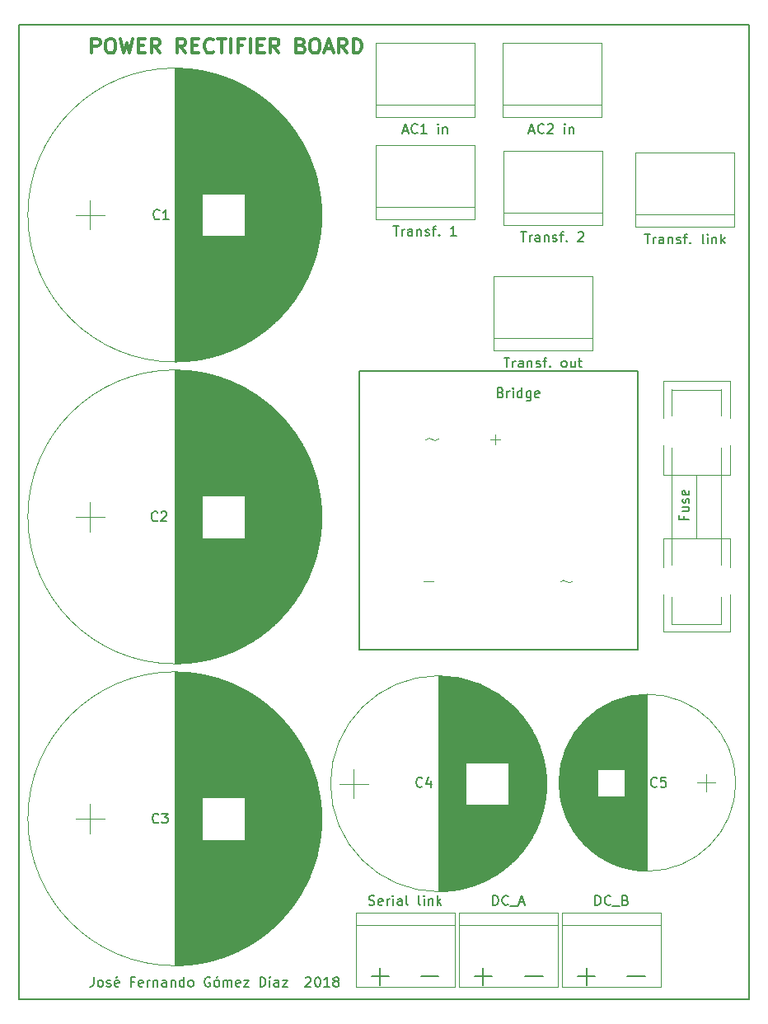
<source format=gto>
G04 #@! TF.FileFunction,Legend,Top*
%FSLAX46Y46*%
G04 Gerber Fmt 4.6, Leading zero omitted, Abs format (unit mm)*
G04 Created by KiCad (PCBNEW 4.0.7) date 03/19/18 23:09:54*
%MOMM*%
%LPD*%
G01*
G04 APERTURE LIST*
%ADD10C,0.100000*%
%ADD11C,0.200000*%
%ADD12C,0.300000*%
%ADD13C,0.150000*%
%ADD14C,0.120000*%
G04 APERTURE END LIST*
D10*
D11*
X182500000Y-132700000D02*
X184300000Y-132700000D01*
X172000000Y-132700000D02*
X173800000Y-132700000D01*
X161300000Y-132700000D02*
X163100000Y-132700000D01*
X177400000Y-132700000D02*
X179200000Y-132700000D01*
X178300000Y-131800000D02*
X178300000Y-133600000D01*
X167700000Y-131800000D02*
X167700000Y-133600000D01*
X166800000Y-132700000D02*
X168600000Y-132700000D01*
X156200000Y-132700000D02*
X158000000Y-132700000D01*
X157100000Y-131800000D02*
X157100000Y-133600000D01*
X127671428Y-132752381D02*
X127671428Y-133466667D01*
X127623808Y-133609524D01*
X127528570Y-133704762D01*
X127385713Y-133752381D01*
X127290475Y-133752381D01*
X128290475Y-133752381D02*
X128195237Y-133704762D01*
X128147618Y-133657143D01*
X128099999Y-133561905D01*
X128099999Y-133276190D01*
X128147618Y-133180952D01*
X128195237Y-133133333D01*
X128290475Y-133085714D01*
X128433333Y-133085714D01*
X128528571Y-133133333D01*
X128576190Y-133180952D01*
X128623809Y-133276190D01*
X128623809Y-133561905D01*
X128576190Y-133657143D01*
X128528571Y-133704762D01*
X128433333Y-133752381D01*
X128290475Y-133752381D01*
X129004761Y-133704762D02*
X129099999Y-133752381D01*
X129290475Y-133752381D01*
X129385714Y-133704762D01*
X129433333Y-133609524D01*
X129433333Y-133561905D01*
X129385714Y-133466667D01*
X129290475Y-133419048D01*
X129147618Y-133419048D01*
X129052380Y-133371429D01*
X129004761Y-133276190D01*
X129004761Y-133228571D01*
X129052380Y-133133333D01*
X129147618Y-133085714D01*
X129290475Y-133085714D01*
X129385714Y-133133333D01*
X130242857Y-133704762D02*
X130147619Y-133752381D01*
X129957142Y-133752381D01*
X129861904Y-133704762D01*
X129814285Y-133609524D01*
X129814285Y-133228571D01*
X129861904Y-133133333D01*
X129957142Y-133085714D01*
X130147619Y-133085714D01*
X130242857Y-133133333D01*
X130290476Y-133228571D01*
X130290476Y-133323810D01*
X129814285Y-133419048D01*
X130147619Y-132704762D02*
X130004761Y-132847619D01*
X131814286Y-133228571D02*
X131480952Y-133228571D01*
X131480952Y-133752381D02*
X131480952Y-132752381D01*
X131957143Y-132752381D01*
X132719048Y-133704762D02*
X132623810Y-133752381D01*
X132433333Y-133752381D01*
X132338095Y-133704762D01*
X132290476Y-133609524D01*
X132290476Y-133228571D01*
X132338095Y-133133333D01*
X132433333Y-133085714D01*
X132623810Y-133085714D01*
X132719048Y-133133333D01*
X132766667Y-133228571D01*
X132766667Y-133323810D01*
X132290476Y-133419048D01*
X133195238Y-133752381D02*
X133195238Y-133085714D01*
X133195238Y-133276190D02*
X133242857Y-133180952D01*
X133290476Y-133133333D01*
X133385714Y-133085714D01*
X133480953Y-133085714D01*
X133814286Y-133085714D02*
X133814286Y-133752381D01*
X133814286Y-133180952D02*
X133861905Y-133133333D01*
X133957143Y-133085714D01*
X134100001Y-133085714D01*
X134195239Y-133133333D01*
X134242858Y-133228571D01*
X134242858Y-133752381D01*
X135147620Y-133752381D02*
X135147620Y-133228571D01*
X135100001Y-133133333D01*
X135004763Y-133085714D01*
X134814286Y-133085714D01*
X134719048Y-133133333D01*
X135147620Y-133704762D02*
X135052382Y-133752381D01*
X134814286Y-133752381D01*
X134719048Y-133704762D01*
X134671429Y-133609524D01*
X134671429Y-133514286D01*
X134719048Y-133419048D01*
X134814286Y-133371429D01*
X135052382Y-133371429D01*
X135147620Y-133323810D01*
X135623810Y-133085714D02*
X135623810Y-133752381D01*
X135623810Y-133180952D02*
X135671429Y-133133333D01*
X135766667Y-133085714D01*
X135909525Y-133085714D01*
X136004763Y-133133333D01*
X136052382Y-133228571D01*
X136052382Y-133752381D01*
X136957144Y-133752381D02*
X136957144Y-132752381D01*
X136957144Y-133704762D02*
X136861906Y-133752381D01*
X136671429Y-133752381D01*
X136576191Y-133704762D01*
X136528572Y-133657143D01*
X136480953Y-133561905D01*
X136480953Y-133276190D01*
X136528572Y-133180952D01*
X136576191Y-133133333D01*
X136671429Y-133085714D01*
X136861906Y-133085714D01*
X136957144Y-133133333D01*
X137576191Y-133752381D02*
X137480953Y-133704762D01*
X137433334Y-133657143D01*
X137385715Y-133561905D01*
X137385715Y-133276190D01*
X137433334Y-133180952D01*
X137480953Y-133133333D01*
X137576191Y-133085714D01*
X137719049Y-133085714D01*
X137814287Y-133133333D01*
X137861906Y-133180952D01*
X137909525Y-133276190D01*
X137909525Y-133561905D01*
X137861906Y-133657143D01*
X137814287Y-133704762D01*
X137719049Y-133752381D01*
X137576191Y-133752381D01*
X139623811Y-132800000D02*
X139528573Y-132752381D01*
X139385716Y-132752381D01*
X139242858Y-132800000D01*
X139147620Y-132895238D01*
X139100001Y-132990476D01*
X139052382Y-133180952D01*
X139052382Y-133323810D01*
X139100001Y-133514286D01*
X139147620Y-133609524D01*
X139242858Y-133704762D01*
X139385716Y-133752381D01*
X139480954Y-133752381D01*
X139623811Y-133704762D01*
X139671430Y-133657143D01*
X139671430Y-133323810D01*
X139480954Y-133323810D01*
X140242858Y-133752381D02*
X140147620Y-133704762D01*
X140100001Y-133657143D01*
X140052382Y-133561905D01*
X140052382Y-133276190D01*
X140100001Y-133180952D01*
X140147620Y-133133333D01*
X140242858Y-133085714D01*
X140385716Y-133085714D01*
X140480954Y-133133333D01*
X140528573Y-133180952D01*
X140576192Y-133276190D01*
X140576192Y-133561905D01*
X140528573Y-133657143D01*
X140480954Y-133704762D01*
X140385716Y-133752381D01*
X140242858Y-133752381D01*
X140433335Y-132704762D02*
X140290477Y-132847619D01*
X141004763Y-133752381D02*
X141004763Y-133085714D01*
X141004763Y-133180952D02*
X141052382Y-133133333D01*
X141147620Y-133085714D01*
X141290478Y-133085714D01*
X141385716Y-133133333D01*
X141433335Y-133228571D01*
X141433335Y-133752381D01*
X141433335Y-133228571D02*
X141480954Y-133133333D01*
X141576192Y-133085714D01*
X141719049Y-133085714D01*
X141814287Y-133133333D01*
X141861906Y-133228571D01*
X141861906Y-133752381D01*
X142719049Y-133704762D02*
X142623811Y-133752381D01*
X142433334Y-133752381D01*
X142338096Y-133704762D01*
X142290477Y-133609524D01*
X142290477Y-133228571D01*
X142338096Y-133133333D01*
X142433334Y-133085714D01*
X142623811Y-133085714D01*
X142719049Y-133133333D01*
X142766668Y-133228571D01*
X142766668Y-133323810D01*
X142290477Y-133419048D01*
X143100001Y-133085714D02*
X143623811Y-133085714D01*
X143100001Y-133752381D01*
X143623811Y-133752381D01*
X144766668Y-133752381D02*
X144766668Y-132752381D01*
X145004763Y-132752381D01*
X145147621Y-132800000D01*
X145242859Y-132895238D01*
X145290478Y-132990476D01*
X145338097Y-133180952D01*
X145338097Y-133323810D01*
X145290478Y-133514286D01*
X145242859Y-133609524D01*
X145147621Y-133704762D01*
X145004763Y-133752381D01*
X144766668Y-133752381D01*
X145766668Y-133752381D02*
X145766668Y-133085714D01*
X145861906Y-132704762D02*
X145719049Y-132847619D01*
X146671430Y-133752381D02*
X146671430Y-133228571D01*
X146623811Y-133133333D01*
X146528573Y-133085714D01*
X146338096Y-133085714D01*
X146242858Y-133133333D01*
X146671430Y-133704762D02*
X146576192Y-133752381D01*
X146338096Y-133752381D01*
X146242858Y-133704762D01*
X146195239Y-133609524D01*
X146195239Y-133514286D01*
X146242858Y-133419048D01*
X146338096Y-133371429D01*
X146576192Y-133371429D01*
X146671430Y-133323810D01*
X147052382Y-133085714D02*
X147576192Y-133085714D01*
X147052382Y-133752381D01*
X147576192Y-133752381D01*
X149433335Y-132847619D02*
X149480954Y-132800000D01*
X149576192Y-132752381D01*
X149814288Y-132752381D01*
X149909526Y-132800000D01*
X149957145Y-132847619D01*
X150004764Y-132942857D01*
X150004764Y-133038095D01*
X149957145Y-133180952D01*
X149385716Y-133752381D01*
X150004764Y-133752381D01*
X150623811Y-132752381D02*
X150719050Y-132752381D01*
X150814288Y-132800000D01*
X150861907Y-132847619D01*
X150909526Y-132942857D01*
X150957145Y-133133333D01*
X150957145Y-133371429D01*
X150909526Y-133561905D01*
X150861907Y-133657143D01*
X150814288Y-133704762D01*
X150719050Y-133752381D01*
X150623811Y-133752381D01*
X150528573Y-133704762D01*
X150480954Y-133657143D01*
X150433335Y-133561905D01*
X150385716Y-133371429D01*
X150385716Y-133133333D01*
X150433335Y-132942857D01*
X150480954Y-132847619D01*
X150528573Y-132800000D01*
X150623811Y-132752381D01*
X151909526Y-133752381D02*
X151338097Y-133752381D01*
X151623811Y-133752381D02*
X151623811Y-132752381D01*
X151528573Y-132895238D01*
X151433335Y-132990476D01*
X151338097Y-133038095D01*
X152480954Y-133180952D02*
X152385716Y-133133333D01*
X152338097Y-133085714D01*
X152290478Y-132990476D01*
X152290478Y-132942857D01*
X152338097Y-132847619D01*
X152385716Y-132800000D01*
X152480954Y-132752381D01*
X152671431Y-132752381D01*
X152766669Y-132800000D01*
X152814288Y-132847619D01*
X152861907Y-132942857D01*
X152861907Y-132990476D01*
X152814288Y-133085714D01*
X152766669Y-133133333D01*
X152671431Y-133180952D01*
X152480954Y-133180952D01*
X152385716Y-133228571D01*
X152338097Y-133276190D01*
X152290478Y-133371429D01*
X152290478Y-133561905D01*
X152338097Y-133657143D01*
X152385716Y-133704762D01*
X152480954Y-133752381D01*
X152671431Y-133752381D01*
X152766669Y-133704762D01*
X152814288Y-133657143D01*
X152861907Y-133561905D01*
X152861907Y-133371429D01*
X152814288Y-133276190D01*
X152766669Y-133228571D01*
X152671431Y-133180952D01*
D12*
X127478571Y-37878571D02*
X127478571Y-36378571D01*
X128049999Y-36378571D01*
X128192857Y-36450000D01*
X128264285Y-36521429D01*
X128335714Y-36664286D01*
X128335714Y-36878571D01*
X128264285Y-37021429D01*
X128192857Y-37092857D01*
X128049999Y-37164286D01*
X127478571Y-37164286D01*
X129264285Y-36378571D02*
X129549999Y-36378571D01*
X129692857Y-36450000D01*
X129835714Y-36592857D01*
X129907142Y-36878571D01*
X129907142Y-37378571D01*
X129835714Y-37664286D01*
X129692857Y-37807143D01*
X129549999Y-37878571D01*
X129264285Y-37878571D01*
X129121428Y-37807143D01*
X128978571Y-37664286D01*
X128907142Y-37378571D01*
X128907142Y-36878571D01*
X128978571Y-36592857D01*
X129121428Y-36450000D01*
X129264285Y-36378571D01*
X130407143Y-36378571D02*
X130764286Y-37878571D01*
X131050000Y-36807143D01*
X131335714Y-37878571D01*
X131692857Y-36378571D01*
X132264286Y-37092857D02*
X132764286Y-37092857D01*
X132978572Y-37878571D02*
X132264286Y-37878571D01*
X132264286Y-36378571D01*
X132978572Y-36378571D01*
X134478572Y-37878571D02*
X133978572Y-37164286D01*
X133621429Y-37878571D02*
X133621429Y-36378571D01*
X134192857Y-36378571D01*
X134335715Y-36450000D01*
X134407143Y-36521429D01*
X134478572Y-36664286D01*
X134478572Y-36878571D01*
X134407143Y-37021429D01*
X134335715Y-37092857D01*
X134192857Y-37164286D01*
X133621429Y-37164286D01*
X137121429Y-37878571D02*
X136621429Y-37164286D01*
X136264286Y-37878571D02*
X136264286Y-36378571D01*
X136835714Y-36378571D01*
X136978572Y-36450000D01*
X137050000Y-36521429D01*
X137121429Y-36664286D01*
X137121429Y-36878571D01*
X137050000Y-37021429D01*
X136978572Y-37092857D01*
X136835714Y-37164286D01*
X136264286Y-37164286D01*
X137764286Y-37092857D02*
X138264286Y-37092857D01*
X138478572Y-37878571D02*
X137764286Y-37878571D01*
X137764286Y-36378571D01*
X138478572Y-36378571D01*
X139978572Y-37735714D02*
X139907143Y-37807143D01*
X139692857Y-37878571D01*
X139550000Y-37878571D01*
X139335715Y-37807143D01*
X139192857Y-37664286D01*
X139121429Y-37521429D01*
X139050000Y-37235714D01*
X139050000Y-37021429D01*
X139121429Y-36735714D01*
X139192857Y-36592857D01*
X139335715Y-36450000D01*
X139550000Y-36378571D01*
X139692857Y-36378571D01*
X139907143Y-36450000D01*
X139978572Y-36521429D01*
X140407143Y-36378571D02*
X141264286Y-36378571D01*
X140835715Y-37878571D02*
X140835715Y-36378571D01*
X141764286Y-37878571D02*
X141764286Y-36378571D01*
X142978572Y-37092857D02*
X142478572Y-37092857D01*
X142478572Y-37878571D02*
X142478572Y-36378571D01*
X143192858Y-36378571D01*
X143764286Y-37878571D02*
X143764286Y-36378571D01*
X144478572Y-37092857D02*
X144978572Y-37092857D01*
X145192858Y-37878571D02*
X144478572Y-37878571D01*
X144478572Y-36378571D01*
X145192858Y-36378571D01*
X146692858Y-37878571D02*
X146192858Y-37164286D01*
X145835715Y-37878571D02*
X145835715Y-36378571D01*
X146407143Y-36378571D01*
X146550001Y-36450000D01*
X146621429Y-36521429D01*
X146692858Y-36664286D01*
X146692858Y-36878571D01*
X146621429Y-37021429D01*
X146550001Y-37092857D01*
X146407143Y-37164286D01*
X145835715Y-37164286D01*
X148978572Y-37092857D02*
X149192858Y-37164286D01*
X149264286Y-37235714D01*
X149335715Y-37378571D01*
X149335715Y-37592857D01*
X149264286Y-37735714D01*
X149192858Y-37807143D01*
X149050000Y-37878571D01*
X148478572Y-37878571D01*
X148478572Y-36378571D01*
X148978572Y-36378571D01*
X149121429Y-36450000D01*
X149192858Y-36521429D01*
X149264286Y-36664286D01*
X149264286Y-36807143D01*
X149192858Y-36950000D01*
X149121429Y-37021429D01*
X148978572Y-37092857D01*
X148478572Y-37092857D01*
X150264286Y-36378571D02*
X150550000Y-36378571D01*
X150692858Y-36450000D01*
X150835715Y-36592857D01*
X150907143Y-36878571D01*
X150907143Y-37378571D01*
X150835715Y-37664286D01*
X150692858Y-37807143D01*
X150550000Y-37878571D01*
X150264286Y-37878571D01*
X150121429Y-37807143D01*
X149978572Y-37664286D01*
X149907143Y-37378571D01*
X149907143Y-36878571D01*
X149978572Y-36592857D01*
X150121429Y-36450000D01*
X150264286Y-36378571D01*
X151478572Y-37450000D02*
X152192858Y-37450000D01*
X151335715Y-37878571D02*
X151835715Y-36378571D01*
X152335715Y-37878571D01*
X153692858Y-37878571D02*
X153192858Y-37164286D01*
X152835715Y-37878571D02*
X152835715Y-36378571D01*
X153407143Y-36378571D01*
X153550001Y-36450000D01*
X153621429Y-36521429D01*
X153692858Y-36664286D01*
X153692858Y-36878571D01*
X153621429Y-37021429D01*
X153550001Y-37092857D01*
X153407143Y-37164286D01*
X152835715Y-37164286D01*
X154335715Y-37878571D02*
X154335715Y-36378571D01*
X154692858Y-36378571D01*
X154907143Y-36450000D01*
X155050001Y-36592857D01*
X155121429Y-36735714D01*
X155192858Y-37021429D01*
X155192858Y-37235714D01*
X155121429Y-37521429D01*
X155050001Y-37664286D01*
X154907143Y-37807143D01*
X154692858Y-37878571D01*
X154335715Y-37878571D01*
D13*
X195000000Y-35000000D02*
X120000000Y-35000000D01*
X195000000Y-135000000D02*
X195000000Y-35000000D01*
X120000000Y-35000000D02*
X120000000Y-135000000D01*
X120000000Y-135000000D02*
X195000000Y-135000000D01*
X183550000Y-70550000D02*
X154950000Y-70550000D01*
X154950000Y-99150000D02*
X154950000Y-70550000D01*
X183550000Y-99150000D02*
X183550000Y-70550000D01*
X183550000Y-99150000D02*
X154950000Y-99150000D01*
D10*
X169450000Y-77550000D02*
X168450000Y-77550000D01*
X168950000Y-78050000D02*
X168950000Y-77050000D01*
X162600000Y-92150000D02*
X161600000Y-92150000D01*
X176243021Y-92151270D02*
G75*
G03X176900000Y-92100000I306979J301270D01*
G01*
X176256979Y-92148730D02*
G75*
G03X175600000Y-92200000I-306979J-301270D01*
G01*
X162456979Y-77548730D02*
G75*
G03X161800000Y-77600000I-306979J-301270D01*
G01*
X162443021Y-77551270D02*
G75*
G03X163100000Y-77500000I306979J301270D01*
G01*
D14*
X151090000Y-54500000D02*
G75*
G03X151090000Y-54500000I-15090000J0D01*
G01*
X136000000Y-39450000D02*
X136000000Y-69550000D01*
X136040000Y-39450000D02*
X136040000Y-69550000D01*
X136080000Y-39450000D02*
X136080000Y-69550000D01*
X136120000Y-39450000D02*
X136120000Y-69550000D01*
X136160000Y-39450000D02*
X136160000Y-69550000D01*
X136200000Y-39451000D02*
X136200000Y-69549000D01*
X136240000Y-39451000D02*
X136240000Y-69549000D01*
X136280000Y-39452000D02*
X136280000Y-69548000D01*
X136320000Y-39453000D02*
X136320000Y-69547000D01*
X136360000Y-39454000D02*
X136360000Y-69546000D01*
X136400000Y-39455000D02*
X136400000Y-69545000D01*
X136440000Y-39456000D02*
X136440000Y-69544000D01*
X136480000Y-39457000D02*
X136480000Y-69543000D01*
X136520000Y-39458000D02*
X136520000Y-69542000D01*
X136560000Y-39460000D02*
X136560000Y-69540000D01*
X136600000Y-39461000D02*
X136600000Y-69539000D01*
X136640000Y-39463000D02*
X136640000Y-69537000D01*
X136680000Y-39465000D02*
X136680000Y-69535000D01*
X136721000Y-39467000D02*
X136721000Y-69533000D01*
X136761000Y-39469000D02*
X136761000Y-69531000D01*
X136801000Y-39471000D02*
X136801000Y-69529000D01*
X136841000Y-39473000D02*
X136841000Y-69527000D01*
X136881000Y-39475000D02*
X136881000Y-69525000D01*
X136921000Y-39478000D02*
X136921000Y-69522000D01*
X136961000Y-39480000D02*
X136961000Y-69520000D01*
X137001000Y-39483000D02*
X137001000Y-69517000D01*
X137041000Y-39485000D02*
X137041000Y-69515000D01*
X137081000Y-39488000D02*
X137081000Y-69512000D01*
X137121000Y-39491000D02*
X137121000Y-69509000D01*
X137161000Y-39494000D02*
X137161000Y-69506000D01*
X137201000Y-39497000D02*
X137201000Y-69503000D01*
X137241000Y-39501000D02*
X137241000Y-69499000D01*
X137281000Y-39504000D02*
X137281000Y-69496000D01*
X137321000Y-39507000D02*
X137321000Y-69493000D01*
X137361000Y-39511000D02*
X137361000Y-69489000D01*
X137401000Y-39515000D02*
X137401000Y-69485000D01*
X137441000Y-39518000D02*
X137441000Y-69482000D01*
X137481000Y-39522000D02*
X137481000Y-69478000D01*
X137521000Y-39526000D02*
X137521000Y-69474000D01*
X137561000Y-39530000D02*
X137561000Y-69470000D01*
X137601000Y-39535000D02*
X137601000Y-69465000D01*
X137641000Y-39539000D02*
X137641000Y-69461000D01*
X137681000Y-39543000D02*
X137681000Y-69457000D01*
X137721000Y-39548000D02*
X137721000Y-69452000D01*
X137761000Y-39552000D02*
X137761000Y-69448000D01*
X137801000Y-39557000D02*
X137801000Y-69443000D01*
X137841000Y-39562000D02*
X137841000Y-69438000D01*
X137881000Y-39567000D02*
X137881000Y-69433000D01*
X137921000Y-39572000D02*
X137921000Y-69428000D01*
X137961000Y-39577000D02*
X137961000Y-69423000D01*
X138001000Y-39583000D02*
X138001000Y-69417000D01*
X138041000Y-39588000D02*
X138041000Y-69412000D01*
X138081000Y-39594000D02*
X138081000Y-69406000D01*
X138121000Y-39599000D02*
X138121000Y-69401000D01*
X138161000Y-39605000D02*
X138161000Y-69395000D01*
X138201000Y-39611000D02*
X138201000Y-69389000D01*
X138241000Y-39617000D02*
X138241000Y-69383000D01*
X138281000Y-39623000D02*
X138281000Y-69377000D01*
X138321000Y-39629000D02*
X138321000Y-69371000D01*
X138361000Y-39635000D02*
X138361000Y-69365000D01*
X138401000Y-39642000D02*
X138401000Y-69358000D01*
X138441000Y-39648000D02*
X138441000Y-69352000D01*
X138481000Y-39655000D02*
X138481000Y-69345000D01*
X138521000Y-39661000D02*
X138521000Y-69339000D01*
X138561000Y-39668000D02*
X138561000Y-69332000D01*
X138601000Y-39675000D02*
X138601000Y-69325000D01*
X138641000Y-39682000D02*
X138641000Y-69318000D01*
X138681000Y-39689000D02*
X138681000Y-69311000D01*
X138721000Y-39697000D02*
X138721000Y-69303000D01*
X138761000Y-39704000D02*
X138761000Y-69296000D01*
X138801000Y-39712000D02*
X138801000Y-69288000D01*
X138841000Y-39719000D02*
X138841000Y-52320000D01*
X138841000Y-56680000D02*
X138841000Y-69281000D01*
X138881000Y-39727000D02*
X138881000Y-52320000D01*
X138881000Y-56680000D02*
X138881000Y-69273000D01*
X138921000Y-39735000D02*
X138921000Y-52320000D01*
X138921000Y-56680000D02*
X138921000Y-69265000D01*
X138961000Y-39743000D02*
X138961000Y-52320000D01*
X138961000Y-56680000D02*
X138961000Y-69257000D01*
X139001000Y-39751000D02*
X139001000Y-52320000D01*
X139001000Y-56680000D02*
X139001000Y-69249000D01*
X139041000Y-39759000D02*
X139041000Y-52320000D01*
X139041000Y-56680000D02*
X139041000Y-69241000D01*
X139081000Y-39767000D02*
X139081000Y-52320000D01*
X139081000Y-56680000D02*
X139081000Y-69233000D01*
X139121000Y-39776000D02*
X139121000Y-52320000D01*
X139121000Y-56680000D02*
X139121000Y-69224000D01*
X139161000Y-39784000D02*
X139161000Y-52320000D01*
X139161000Y-56680000D02*
X139161000Y-69216000D01*
X139201000Y-39793000D02*
X139201000Y-52320000D01*
X139201000Y-56680000D02*
X139201000Y-69207000D01*
X139241000Y-39801000D02*
X139241000Y-52320000D01*
X139241000Y-56680000D02*
X139241000Y-69199000D01*
X139281000Y-39810000D02*
X139281000Y-52320000D01*
X139281000Y-56680000D02*
X139281000Y-69190000D01*
X139321000Y-39819000D02*
X139321000Y-52320000D01*
X139321000Y-56680000D02*
X139321000Y-69181000D01*
X139361000Y-39828000D02*
X139361000Y-52320000D01*
X139361000Y-56680000D02*
X139361000Y-69172000D01*
X139401000Y-39838000D02*
X139401000Y-52320000D01*
X139401000Y-56680000D02*
X139401000Y-69162000D01*
X139441000Y-39847000D02*
X139441000Y-52320000D01*
X139441000Y-56680000D02*
X139441000Y-69153000D01*
X139481000Y-39856000D02*
X139481000Y-52320000D01*
X139481000Y-56680000D02*
X139481000Y-69144000D01*
X139521000Y-39866000D02*
X139521000Y-52320000D01*
X139521000Y-56680000D02*
X139521000Y-69134000D01*
X139561000Y-39875000D02*
X139561000Y-52320000D01*
X139561000Y-56680000D02*
X139561000Y-69125000D01*
X139601000Y-39885000D02*
X139601000Y-52320000D01*
X139601000Y-56680000D02*
X139601000Y-69115000D01*
X139641000Y-39895000D02*
X139641000Y-52320000D01*
X139641000Y-56680000D02*
X139641000Y-69105000D01*
X139681000Y-39905000D02*
X139681000Y-52320000D01*
X139681000Y-56680000D02*
X139681000Y-69095000D01*
X139721000Y-39915000D02*
X139721000Y-52320000D01*
X139721000Y-56680000D02*
X139721000Y-69085000D01*
X139761000Y-39925000D02*
X139761000Y-52320000D01*
X139761000Y-56680000D02*
X139761000Y-69075000D01*
X139801000Y-39936000D02*
X139801000Y-52320000D01*
X139801000Y-56680000D02*
X139801000Y-69064000D01*
X139841000Y-39946000D02*
X139841000Y-52320000D01*
X139841000Y-56680000D02*
X139841000Y-69054000D01*
X139881000Y-39957000D02*
X139881000Y-52320000D01*
X139881000Y-56680000D02*
X139881000Y-69043000D01*
X139921000Y-39968000D02*
X139921000Y-52320000D01*
X139921000Y-56680000D02*
X139921000Y-69032000D01*
X139961000Y-39978000D02*
X139961000Y-52320000D01*
X139961000Y-56680000D02*
X139961000Y-69022000D01*
X140001000Y-39989000D02*
X140001000Y-52320000D01*
X140001000Y-56680000D02*
X140001000Y-69011000D01*
X140041000Y-40000000D02*
X140041000Y-52320000D01*
X140041000Y-56680000D02*
X140041000Y-69000000D01*
X140081000Y-40012000D02*
X140081000Y-52320000D01*
X140081000Y-56680000D02*
X140081000Y-68988000D01*
X140121000Y-40023000D02*
X140121000Y-52320000D01*
X140121000Y-56680000D02*
X140121000Y-68977000D01*
X140161000Y-40034000D02*
X140161000Y-52320000D01*
X140161000Y-56680000D02*
X140161000Y-68966000D01*
X140201000Y-40046000D02*
X140201000Y-52320000D01*
X140201000Y-56680000D02*
X140201000Y-68954000D01*
X140241000Y-40057000D02*
X140241000Y-52320000D01*
X140241000Y-56680000D02*
X140241000Y-68943000D01*
X140281000Y-40069000D02*
X140281000Y-52320000D01*
X140281000Y-56680000D02*
X140281000Y-68931000D01*
X140321000Y-40081000D02*
X140321000Y-52320000D01*
X140321000Y-56680000D02*
X140321000Y-68919000D01*
X140361000Y-40093000D02*
X140361000Y-52320000D01*
X140361000Y-56680000D02*
X140361000Y-68907000D01*
X140401000Y-40105000D02*
X140401000Y-52320000D01*
X140401000Y-56680000D02*
X140401000Y-68895000D01*
X140441000Y-40117000D02*
X140441000Y-52320000D01*
X140441000Y-56680000D02*
X140441000Y-68883000D01*
X140481000Y-40130000D02*
X140481000Y-52320000D01*
X140481000Y-56680000D02*
X140481000Y-68870000D01*
X140521000Y-40142000D02*
X140521000Y-52320000D01*
X140521000Y-56680000D02*
X140521000Y-68858000D01*
X140561000Y-40155000D02*
X140561000Y-52320000D01*
X140561000Y-56680000D02*
X140561000Y-68845000D01*
X140601000Y-40168000D02*
X140601000Y-52320000D01*
X140601000Y-56680000D02*
X140601000Y-68832000D01*
X140641000Y-40181000D02*
X140641000Y-52320000D01*
X140641000Y-56680000D02*
X140641000Y-68819000D01*
X140681000Y-40194000D02*
X140681000Y-52320000D01*
X140681000Y-56680000D02*
X140681000Y-68806000D01*
X140721000Y-40207000D02*
X140721000Y-52320000D01*
X140721000Y-56680000D02*
X140721000Y-68793000D01*
X140761000Y-40220000D02*
X140761000Y-52320000D01*
X140761000Y-56680000D02*
X140761000Y-68780000D01*
X140801000Y-40233000D02*
X140801000Y-52320000D01*
X140801000Y-56680000D02*
X140801000Y-68767000D01*
X140841000Y-40247000D02*
X140841000Y-52320000D01*
X140841000Y-56680000D02*
X140841000Y-68753000D01*
X140881000Y-40260000D02*
X140881000Y-52320000D01*
X140881000Y-56680000D02*
X140881000Y-68740000D01*
X140921000Y-40274000D02*
X140921000Y-52320000D01*
X140921000Y-56680000D02*
X140921000Y-68726000D01*
X140961000Y-40288000D02*
X140961000Y-52320000D01*
X140961000Y-56680000D02*
X140961000Y-68712000D01*
X141001000Y-40302000D02*
X141001000Y-52320000D01*
X141001000Y-56680000D02*
X141001000Y-68698000D01*
X141041000Y-40316000D02*
X141041000Y-52320000D01*
X141041000Y-56680000D02*
X141041000Y-68684000D01*
X141081000Y-40330000D02*
X141081000Y-52320000D01*
X141081000Y-56680000D02*
X141081000Y-68670000D01*
X141121000Y-40345000D02*
X141121000Y-52320000D01*
X141121000Y-56680000D02*
X141121000Y-68655000D01*
X141161000Y-40359000D02*
X141161000Y-52320000D01*
X141161000Y-56680000D02*
X141161000Y-68641000D01*
X141201000Y-40374000D02*
X141201000Y-52320000D01*
X141201000Y-56680000D02*
X141201000Y-68626000D01*
X141241000Y-40389000D02*
X141241000Y-52320000D01*
X141241000Y-56680000D02*
X141241000Y-68611000D01*
X141281000Y-40403000D02*
X141281000Y-52320000D01*
X141281000Y-56680000D02*
X141281000Y-68597000D01*
X141321000Y-40418000D02*
X141321000Y-52320000D01*
X141321000Y-56680000D02*
X141321000Y-68582000D01*
X141361000Y-40434000D02*
X141361000Y-52320000D01*
X141361000Y-56680000D02*
X141361000Y-68566000D01*
X141401000Y-40449000D02*
X141401000Y-52320000D01*
X141401000Y-56680000D02*
X141401000Y-68551000D01*
X141441000Y-40464000D02*
X141441000Y-52320000D01*
X141441000Y-56680000D02*
X141441000Y-68536000D01*
X141481000Y-40480000D02*
X141481000Y-52320000D01*
X141481000Y-56680000D02*
X141481000Y-68520000D01*
X141521000Y-40495000D02*
X141521000Y-52320000D01*
X141521000Y-56680000D02*
X141521000Y-68505000D01*
X141561000Y-40511000D02*
X141561000Y-52320000D01*
X141561000Y-56680000D02*
X141561000Y-68489000D01*
X141601000Y-40527000D02*
X141601000Y-52320000D01*
X141601000Y-56680000D02*
X141601000Y-68473000D01*
X141641000Y-40543000D02*
X141641000Y-52320000D01*
X141641000Y-56680000D02*
X141641000Y-68457000D01*
X141681000Y-40559000D02*
X141681000Y-52320000D01*
X141681000Y-56680000D02*
X141681000Y-68441000D01*
X141721000Y-40576000D02*
X141721000Y-52320000D01*
X141721000Y-56680000D02*
X141721000Y-68424000D01*
X141761000Y-40592000D02*
X141761000Y-52320000D01*
X141761000Y-56680000D02*
X141761000Y-68408000D01*
X141801000Y-40609000D02*
X141801000Y-52320000D01*
X141801000Y-56680000D02*
X141801000Y-68391000D01*
X141841000Y-40625000D02*
X141841000Y-52320000D01*
X141841000Y-56680000D02*
X141841000Y-68375000D01*
X141881000Y-40642000D02*
X141881000Y-52320000D01*
X141881000Y-56680000D02*
X141881000Y-68358000D01*
X141921000Y-40659000D02*
X141921000Y-52320000D01*
X141921000Y-56680000D02*
X141921000Y-68341000D01*
X141961000Y-40676000D02*
X141961000Y-52320000D01*
X141961000Y-56680000D02*
X141961000Y-68324000D01*
X142001000Y-40694000D02*
X142001000Y-52320000D01*
X142001000Y-56680000D02*
X142001000Y-68306000D01*
X142041000Y-40711000D02*
X142041000Y-52320000D01*
X142041000Y-56680000D02*
X142041000Y-68289000D01*
X142081000Y-40729000D02*
X142081000Y-52320000D01*
X142081000Y-56680000D02*
X142081000Y-68271000D01*
X142121000Y-40746000D02*
X142121000Y-52320000D01*
X142121000Y-56680000D02*
X142121000Y-68254000D01*
X142161000Y-40764000D02*
X142161000Y-52320000D01*
X142161000Y-56680000D02*
X142161000Y-68236000D01*
X142201000Y-40782000D02*
X142201000Y-52320000D01*
X142201000Y-56680000D02*
X142201000Y-68218000D01*
X142241000Y-40800000D02*
X142241000Y-52320000D01*
X142241000Y-56680000D02*
X142241000Y-68200000D01*
X142281000Y-40818000D02*
X142281000Y-52320000D01*
X142281000Y-56680000D02*
X142281000Y-68182000D01*
X142321000Y-40837000D02*
X142321000Y-52320000D01*
X142321000Y-56680000D02*
X142321000Y-68163000D01*
X142361000Y-40855000D02*
X142361000Y-52320000D01*
X142361000Y-56680000D02*
X142361000Y-68145000D01*
X142401000Y-40874000D02*
X142401000Y-52320000D01*
X142401000Y-56680000D02*
X142401000Y-68126000D01*
X142441000Y-40893000D02*
X142441000Y-52320000D01*
X142441000Y-56680000D02*
X142441000Y-68107000D01*
X142481000Y-40912000D02*
X142481000Y-52320000D01*
X142481000Y-56680000D02*
X142481000Y-68088000D01*
X142521000Y-40931000D02*
X142521000Y-52320000D01*
X142521000Y-56680000D02*
X142521000Y-68069000D01*
X142561000Y-40950000D02*
X142561000Y-52320000D01*
X142561000Y-56680000D02*
X142561000Y-68050000D01*
X142601000Y-40969000D02*
X142601000Y-52320000D01*
X142601000Y-56680000D02*
X142601000Y-68031000D01*
X142641000Y-40989000D02*
X142641000Y-52320000D01*
X142641000Y-56680000D02*
X142641000Y-68011000D01*
X142681000Y-41009000D02*
X142681000Y-52320000D01*
X142681000Y-56680000D02*
X142681000Y-67991000D01*
X142721000Y-41028000D02*
X142721000Y-52320000D01*
X142721000Y-56680000D02*
X142721000Y-67972000D01*
X142761000Y-41048000D02*
X142761000Y-52320000D01*
X142761000Y-56680000D02*
X142761000Y-67952000D01*
X142801000Y-41068000D02*
X142801000Y-52320000D01*
X142801000Y-56680000D02*
X142801000Y-67932000D01*
X142841000Y-41089000D02*
X142841000Y-52320000D01*
X142841000Y-56680000D02*
X142841000Y-67911000D01*
X142881000Y-41109000D02*
X142881000Y-52320000D01*
X142881000Y-56680000D02*
X142881000Y-67891000D01*
X142921000Y-41130000D02*
X142921000Y-52320000D01*
X142921000Y-56680000D02*
X142921000Y-67870000D01*
X142961000Y-41150000D02*
X142961000Y-52320000D01*
X142961000Y-56680000D02*
X142961000Y-67850000D01*
X143001000Y-41171000D02*
X143001000Y-52320000D01*
X143001000Y-56680000D02*
X143001000Y-67829000D01*
X143041000Y-41192000D02*
X143041000Y-52320000D01*
X143041000Y-56680000D02*
X143041000Y-67808000D01*
X143081000Y-41214000D02*
X143081000Y-52320000D01*
X143081000Y-56680000D02*
X143081000Y-67786000D01*
X143121000Y-41235000D02*
X143121000Y-52320000D01*
X143121000Y-56680000D02*
X143121000Y-67765000D01*
X143161000Y-41256000D02*
X143161000Y-52320000D01*
X143161000Y-56680000D02*
X143161000Y-67744000D01*
X143201000Y-41278000D02*
X143201000Y-67722000D01*
X143241000Y-41300000D02*
X143241000Y-67700000D01*
X143281000Y-41322000D02*
X143281000Y-67678000D01*
X143321000Y-41344000D02*
X143321000Y-67656000D01*
X143361000Y-41366000D02*
X143361000Y-67634000D01*
X143401000Y-41389000D02*
X143401000Y-67611000D01*
X143441000Y-41411000D02*
X143441000Y-67589000D01*
X143481000Y-41434000D02*
X143481000Y-67566000D01*
X143521000Y-41457000D02*
X143521000Y-67543000D01*
X143561000Y-41480000D02*
X143561000Y-67520000D01*
X143601000Y-41503000D02*
X143601000Y-67497000D01*
X143641000Y-41526000D02*
X143641000Y-67474000D01*
X143681000Y-41550000D02*
X143681000Y-67450000D01*
X143721000Y-41574000D02*
X143721000Y-67426000D01*
X143761000Y-41598000D02*
X143761000Y-67402000D01*
X143801000Y-41622000D02*
X143801000Y-67378000D01*
X143841000Y-41646000D02*
X143841000Y-67354000D01*
X143881000Y-41670000D02*
X143881000Y-67330000D01*
X143921000Y-41695000D02*
X143921000Y-67305000D01*
X143961000Y-41720000D02*
X143961000Y-67280000D01*
X144001000Y-41745000D02*
X144001000Y-67255000D01*
X144041000Y-41770000D02*
X144041000Y-67230000D01*
X144081000Y-41795000D02*
X144081000Y-67205000D01*
X144121000Y-41820000D02*
X144121000Y-67180000D01*
X144161000Y-41846000D02*
X144161000Y-67154000D01*
X144200000Y-41872000D02*
X144200000Y-67128000D01*
X144240000Y-41898000D02*
X144240000Y-67102000D01*
X144280000Y-41924000D02*
X144280000Y-67076000D01*
X144320000Y-41950000D02*
X144320000Y-67050000D01*
X144360000Y-41977000D02*
X144360000Y-67023000D01*
X144400000Y-42004000D02*
X144400000Y-66996000D01*
X144440000Y-42031000D02*
X144440000Y-66969000D01*
X144480000Y-42058000D02*
X144480000Y-66942000D01*
X144520000Y-42085000D02*
X144520000Y-66915000D01*
X144560000Y-42112000D02*
X144560000Y-66888000D01*
X144600000Y-42140000D02*
X144600000Y-66860000D01*
X144640000Y-42168000D02*
X144640000Y-66832000D01*
X144680000Y-42196000D02*
X144680000Y-66804000D01*
X144720000Y-42224000D02*
X144720000Y-66776000D01*
X144760000Y-42252000D02*
X144760000Y-66748000D01*
X144800000Y-42281000D02*
X144800000Y-66719000D01*
X144840000Y-42310000D02*
X144840000Y-66690000D01*
X144880000Y-42339000D02*
X144880000Y-66661000D01*
X144920000Y-42368000D02*
X144920000Y-66632000D01*
X144960000Y-42398000D02*
X144960000Y-66602000D01*
X145000000Y-42427000D02*
X145000000Y-66573000D01*
X145040000Y-42457000D02*
X145040000Y-66543000D01*
X145080000Y-42487000D02*
X145080000Y-66513000D01*
X145120000Y-42517000D02*
X145120000Y-66483000D01*
X145160000Y-42548000D02*
X145160000Y-66452000D01*
X145200000Y-42578000D02*
X145200000Y-66422000D01*
X145240000Y-42609000D02*
X145240000Y-66391000D01*
X145280000Y-42640000D02*
X145280000Y-66360000D01*
X145320000Y-42672000D02*
X145320000Y-66328000D01*
X145360000Y-42703000D02*
X145360000Y-66297000D01*
X145400000Y-42735000D02*
X145400000Y-66265000D01*
X145440000Y-42767000D02*
X145440000Y-66233000D01*
X145480000Y-42799000D02*
X145480000Y-66201000D01*
X145520000Y-42831000D02*
X145520000Y-66169000D01*
X145560000Y-42864000D02*
X145560000Y-66136000D01*
X145600000Y-42897000D02*
X145600000Y-66103000D01*
X145640000Y-42930000D02*
X145640000Y-66070000D01*
X145680000Y-42963000D02*
X145680000Y-66037000D01*
X145720000Y-42997000D02*
X145720000Y-66003000D01*
X145760000Y-43031000D02*
X145760000Y-65969000D01*
X145800000Y-43065000D02*
X145800000Y-65935000D01*
X145840000Y-43099000D02*
X145840000Y-65901000D01*
X145880000Y-43134000D02*
X145880000Y-65866000D01*
X145920000Y-43168000D02*
X145920000Y-65832000D01*
X145960000Y-43203000D02*
X145960000Y-65797000D01*
X146000000Y-43239000D02*
X146000000Y-65761000D01*
X146040000Y-43274000D02*
X146040000Y-65726000D01*
X146080000Y-43310000D02*
X146080000Y-65690000D01*
X146120000Y-43346000D02*
X146120000Y-65654000D01*
X146160000Y-43382000D02*
X146160000Y-65618000D01*
X146200000Y-43419000D02*
X146200000Y-65581000D01*
X146240000Y-43456000D02*
X146240000Y-65544000D01*
X146280000Y-43493000D02*
X146280000Y-65507000D01*
X146320000Y-43530000D02*
X146320000Y-65470000D01*
X146360000Y-43568000D02*
X146360000Y-65432000D01*
X146400000Y-43606000D02*
X146400000Y-65394000D01*
X146440000Y-43644000D02*
X146440000Y-65356000D01*
X146480000Y-43682000D02*
X146480000Y-65318000D01*
X146520000Y-43721000D02*
X146520000Y-65279000D01*
X146560000Y-43760000D02*
X146560000Y-65240000D01*
X146600000Y-43799000D02*
X146600000Y-65201000D01*
X146640000Y-43839000D02*
X146640000Y-65161000D01*
X146680000Y-43879000D02*
X146680000Y-65121000D01*
X146720000Y-43919000D02*
X146720000Y-65081000D01*
X146760000Y-43960000D02*
X146760000Y-65040000D01*
X146800000Y-44001000D02*
X146800000Y-64999000D01*
X146840000Y-44042000D02*
X146840000Y-64958000D01*
X146880000Y-44083000D02*
X146880000Y-64917000D01*
X146920000Y-44125000D02*
X146920000Y-64875000D01*
X146960000Y-44167000D02*
X146960000Y-64833000D01*
X147000000Y-44210000D02*
X147000000Y-64790000D01*
X147040000Y-44252000D02*
X147040000Y-64748000D01*
X147080000Y-44295000D02*
X147080000Y-64705000D01*
X147120000Y-44339000D02*
X147120000Y-64661000D01*
X147160000Y-44383000D02*
X147160000Y-64617000D01*
X147200000Y-44427000D02*
X147200000Y-64573000D01*
X147240000Y-44471000D02*
X147240000Y-64529000D01*
X147280000Y-44516000D02*
X147280000Y-64484000D01*
X147320000Y-44561000D02*
X147320000Y-64439000D01*
X147360000Y-44607000D02*
X147360000Y-64393000D01*
X147400000Y-44653000D02*
X147400000Y-64347000D01*
X147440000Y-44699000D02*
X147440000Y-64301000D01*
X147480000Y-44746000D02*
X147480000Y-64254000D01*
X147520000Y-44793000D02*
X147520000Y-64207000D01*
X147560000Y-44840000D02*
X147560000Y-64160000D01*
X147600000Y-44888000D02*
X147600000Y-64112000D01*
X147640000Y-44936000D02*
X147640000Y-64064000D01*
X147680000Y-44985000D02*
X147680000Y-64015000D01*
X147720000Y-45034000D02*
X147720000Y-63966000D01*
X147760000Y-45084000D02*
X147760000Y-63916000D01*
X147800000Y-45134000D02*
X147800000Y-63866000D01*
X147840000Y-45184000D02*
X147840000Y-63816000D01*
X147880000Y-45235000D02*
X147880000Y-63765000D01*
X147920000Y-45286000D02*
X147920000Y-63714000D01*
X147960000Y-45338000D02*
X147960000Y-63662000D01*
X148000000Y-45390000D02*
X148000000Y-63610000D01*
X148040000Y-45443000D02*
X148040000Y-63557000D01*
X148080000Y-45496000D02*
X148080000Y-63504000D01*
X148120000Y-45550000D02*
X148120000Y-63450000D01*
X148160000Y-45604000D02*
X148160000Y-63396000D01*
X148200000Y-45659000D02*
X148200000Y-63341000D01*
X148240000Y-45714000D02*
X148240000Y-63286000D01*
X148280000Y-45770000D02*
X148280000Y-63230000D01*
X148320000Y-45826000D02*
X148320000Y-63174000D01*
X148360000Y-45883000D02*
X148360000Y-63117000D01*
X148400000Y-45940000D02*
X148400000Y-63060000D01*
X148440000Y-45998000D02*
X148440000Y-63002000D01*
X148480000Y-46057000D02*
X148480000Y-62943000D01*
X148520000Y-46116000D02*
X148520000Y-62884000D01*
X148560000Y-46176000D02*
X148560000Y-62824000D01*
X148600000Y-46236000D02*
X148600000Y-62764000D01*
X148640000Y-46297000D02*
X148640000Y-62703000D01*
X148680000Y-46359000D02*
X148680000Y-62641000D01*
X148720000Y-46421000D02*
X148720000Y-62579000D01*
X148760000Y-46484000D02*
X148760000Y-62516000D01*
X148800000Y-46548000D02*
X148800000Y-62452000D01*
X148840000Y-46612000D02*
X148840000Y-62388000D01*
X148880000Y-46677000D02*
X148880000Y-62323000D01*
X148920000Y-46743000D02*
X148920000Y-62257000D01*
X148960000Y-46810000D02*
X148960000Y-62190000D01*
X149000000Y-46877000D02*
X149000000Y-62123000D01*
X149040000Y-46946000D02*
X149040000Y-62054000D01*
X149080000Y-47015000D02*
X149080000Y-61985000D01*
X149120000Y-47085000D02*
X149120000Y-61915000D01*
X149160000Y-47156000D02*
X149160000Y-61844000D01*
X149200000Y-47227000D02*
X149200000Y-61773000D01*
X149240000Y-47300000D02*
X149240000Y-61700000D01*
X149280000Y-47374000D02*
X149280000Y-61626000D01*
X149320000Y-47448000D02*
X149320000Y-61552000D01*
X149360000Y-47524000D02*
X149360000Y-61476000D01*
X149400000Y-47601000D02*
X149400000Y-61399000D01*
X149440000Y-47678000D02*
X149440000Y-61322000D01*
X149480000Y-47757000D02*
X149480000Y-61243000D01*
X149520000Y-47837000D02*
X149520000Y-61163000D01*
X149560000Y-47919000D02*
X149560000Y-61081000D01*
X149600000Y-48001000D02*
X149600000Y-60999000D01*
X149640000Y-48085000D02*
X149640000Y-60915000D01*
X149680000Y-48170000D02*
X149680000Y-60830000D01*
X149720000Y-48257000D02*
X149720000Y-60743000D01*
X149760000Y-48345000D02*
X149760000Y-60655000D01*
X149800000Y-48435000D02*
X149800000Y-60565000D01*
X149840000Y-48526000D02*
X149840000Y-60474000D01*
X149880000Y-48619000D02*
X149880000Y-60381000D01*
X149920000Y-48714000D02*
X149920000Y-60286000D01*
X149960000Y-48810000D02*
X149960000Y-60190000D01*
X150000000Y-48909000D02*
X150000000Y-60091000D01*
X150040000Y-49009000D02*
X150040000Y-59991000D01*
X150080000Y-49112000D02*
X150080000Y-59888000D01*
X150120000Y-49217000D02*
X150120000Y-59783000D01*
X150160000Y-49324000D02*
X150160000Y-59676000D01*
X150200000Y-49434000D02*
X150200000Y-59566000D01*
X150240000Y-49546000D02*
X150240000Y-59454000D01*
X150280000Y-49662000D02*
X150280000Y-59338000D01*
X150320000Y-49781000D02*
X150320000Y-59219000D01*
X150360000Y-49903000D02*
X150360000Y-59097000D01*
X150400000Y-50029000D02*
X150400000Y-58971000D01*
X150440000Y-50158000D02*
X150440000Y-58842000D01*
X150480000Y-50292000D02*
X150480000Y-58708000D01*
X150520000Y-50431000D02*
X150520000Y-58569000D01*
X150560000Y-50575000D02*
X150560000Y-58425000D01*
X150600000Y-50725000D02*
X150600000Y-58275000D01*
X150640000Y-50882000D02*
X150640000Y-58118000D01*
X150680000Y-51046000D02*
X150680000Y-57954000D01*
X150720000Y-51218000D02*
X150720000Y-57782000D01*
X150760000Y-51401000D02*
X150760000Y-57599000D01*
X150800000Y-51595000D02*
X150800000Y-57405000D01*
X150840000Y-51804000D02*
X150840000Y-57196000D01*
X150880000Y-52031000D02*
X150880000Y-56969000D01*
X150920000Y-52281000D02*
X150920000Y-56719000D01*
X150960000Y-52563000D02*
X150960000Y-56437000D01*
X151000000Y-52894000D02*
X151000000Y-56106000D01*
X151040000Y-53312000D02*
X151040000Y-55688000D01*
X151080000Y-53990000D02*
X151080000Y-55010000D01*
X125800000Y-54500000D02*
X128800000Y-54500000D01*
X127300000Y-53000000D02*
X127300000Y-56000000D01*
X151090000Y-85500000D02*
G75*
G03X151090000Y-85500000I-15090000J0D01*
G01*
X136000000Y-70450000D02*
X136000000Y-100550000D01*
X136040000Y-70450000D02*
X136040000Y-100550000D01*
X136080000Y-70450000D02*
X136080000Y-100550000D01*
X136120000Y-70450000D02*
X136120000Y-100550000D01*
X136160000Y-70450000D02*
X136160000Y-100550000D01*
X136200000Y-70451000D02*
X136200000Y-100549000D01*
X136240000Y-70451000D02*
X136240000Y-100549000D01*
X136280000Y-70452000D02*
X136280000Y-100548000D01*
X136320000Y-70453000D02*
X136320000Y-100547000D01*
X136360000Y-70454000D02*
X136360000Y-100546000D01*
X136400000Y-70455000D02*
X136400000Y-100545000D01*
X136440000Y-70456000D02*
X136440000Y-100544000D01*
X136480000Y-70457000D02*
X136480000Y-100543000D01*
X136520000Y-70458000D02*
X136520000Y-100542000D01*
X136560000Y-70460000D02*
X136560000Y-100540000D01*
X136600000Y-70461000D02*
X136600000Y-100539000D01*
X136640000Y-70463000D02*
X136640000Y-100537000D01*
X136680000Y-70465000D02*
X136680000Y-100535000D01*
X136721000Y-70467000D02*
X136721000Y-100533000D01*
X136761000Y-70469000D02*
X136761000Y-100531000D01*
X136801000Y-70471000D02*
X136801000Y-100529000D01*
X136841000Y-70473000D02*
X136841000Y-100527000D01*
X136881000Y-70475000D02*
X136881000Y-100525000D01*
X136921000Y-70478000D02*
X136921000Y-100522000D01*
X136961000Y-70480000D02*
X136961000Y-100520000D01*
X137001000Y-70483000D02*
X137001000Y-100517000D01*
X137041000Y-70485000D02*
X137041000Y-100515000D01*
X137081000Y-70488000D02*
X137081000Y-100512000D01*
X137121000Y-70491000D02*
X137121000Y-100509000D01*
X137161000Y-70494000D02*
X137161000Y-100506000D01*
X137201000Y-70497000D02*
X137201000Y-100503000D01*
X137241000Y-70501000D02*
X137241000Y-100499000D01*
X137281000Y-70504000D02*
X137281000Y-100496000D01*
X137321000Y-70507000D02*
X137321000Y-100493000D01*
X137361000Y-70511000D02*
X137361000Y-100489000D01*
X137401000Y-70515000D02*
X137401000Y-100485000D01*
X137441000Y-70518000D02*
X137441000Y-100482000D01*
X137481000Y-70522000D02*
X137481000Y-100478000D01*
X137521000Y-70526000D02*
X137521000Y-100474000D01*
X137561000Y-70530000D02*
X137561000Y-100470000D01*
X137601000Y-70535000D02*
X137601000Y-100465000D01*
X137641000Y-70539000D02*
X137641000Y-100461000D01*
X137681000Y-70543000D02*
X137681000Y-100457000D01*
X137721000Y-70548000D02*
X137721000Y-100452000D01*
X137761000Y-70552000D02*
X137761000Y-100448000D01*
X137801000Y-70557000D02*
X137801000Y-100443000D01*
X137841000Y-70562000D02*
X137841000Y-100438000D01*
X137881000Y-70567000D02*
X137881000Y-100433000D01*
X137921000Y-70572000D02*
X137921000Y-100428000D01*
X137961000Y-70577000D02*
X137961000Y-100423000D01*
X138001000Y-70583000D02*
X138001000Y-100417000D01*
X138041000Y-70588000D02*
X138041000Y-100412000D01*
X138081000Y-70594000D02*
X138081000Y-100406000D01*
X138121000Y-70599000D02*
X138121000Y-100401000D01*
X138161000Y-70605000D02*
X138161000Y-100395000D01*
X138201000Y-70611000D02*
X138201000Y-100389000D01*
X138241000Y-70617000D02*
X138241000Y-100383000D01*
X138281000Y-70623000D02*
X138281000Y-100377000D01*
X138321000Y-70629000D02*
X138321000Y-100371000D01*
X138361000Y-70635000D02*
X138361000Y-100365000D01*
X138401000Y-70642000D02*
X138401000Y-100358000D01*
X138441000Y-70648000D02*
X138441000Y-100352000D01*
X138481000Y-70655000D02*
X138481000Y-100345000D01*
X138521000Y-70661000D02*
X138521000Y-100339000D01*
X138561000Y-70668000D02*
X138561000Y-100332000D01*
X138601000Y-70675000D02*
X138601000Y-100325000D01*
X138641000Y-70682000D02*
X138641000Y-100318000D01*
X138681000Y-70689000D02*
X138681000Y-100311000D01*
X138721000Y-70697000D02*
X138721000Y-100303000D01*
X138761000Y-70704000D02*
X138761000Y-100296000D01*
X138801000Y-70712000D02*
X138801000Y-100288000D01*
X138841000Y-70719000D02*
X138841000Y-83320000D01*
X138841000Y-87680000D02*
X138841000Y-100281000D01*
X138881000Y-70727000D02*
X138881000Y-83320000D01*
X138881000Y-87680000D02*
X138881000Y-100273000D01*
X138921000Y-70735000D02*
X138921000Y-83320000D01*
X138921000Y-87680000D02*
X138921000Y-100265000D01*
X138961000Y-70743000D02*
X138961000Y-83320000D01*
X138961000Y-87680000D02*
X138961000Y-100257000D01*
X139001000Y-70751000D02*
X139001000Y-83320000D01*
X139001000Y-87680000D02*
X139001000Y-100249000D01*
X139041000Y-70759000D02*
X139041000Y-83320000D01*
X139041000Y-87680000D02*
X139041000Y-100241000D01*
X139081000Y-70767000D02*
X139081000Y-83320000D01*
X139081000Y-87680000D02*
X139081000Y-100233000D01*
X139121000Y-70776000D02*
X139121000Y-83320000D01*
X139121000Y-87680000D02*
X139121000Y-100224000D01*
X139161000Y-70784000D02*
X139161000Y-83320000D01*
X139161000Y-87680000D02*
X139161000Y-100216000D01*
X139201000Y-70793000D02*
X139201000Y-83320000D01*
X139201000Y-87680000D02*
X139201000Y-100207000D01*
X139241000Y-70801000D02*
X139241000Y-83320000D01*
X139241000Y-87680000D02*
X139241000Y-100199000D01*
X139281000Y-70810000D02*
X139281000Y-83320000D01*
X139281000Y-87680000D02*
X139281000Y-100190000D01*
X139321000Y-70819000D02*
X139321000Y-83320000D01*
X139321000Y-87680000D02*
X139321000Y-100181000D01*
X139361000Y-70828000D02*
X139361000Y-83320000D01*
X139361000Y-87680000D02*
X139361000Y-100172000D01*
X139401000Y-70838000D02*
X139401000Y-83320000D01*
X139401000Y-87680000D02*
X139401000Y-100162000D01*
X139441000Y-70847000D02*
X139441000Y-83320000D01*
X139441000Y-87680000D02*
X139441000Y-100153000D01*
X139481000Y-70856000D02*
X139481000Y-83320000D01*
X139481000Y-87680000D02*
X139481000Y-100144000D01*
X139521000Y-70866000D02*
X139521000Y-83320000D01*
X139521000Y-87680000D02*
X139521000Y-100134000D01*
X139561000Y-70875000D02*
X139561000Y-83320000D01*
X139561000Y-87680000D02*
X139561000Y-100125000D01*
X139601000Y-70885000D02*
X139601000Y-83320000D01*
X139601000Y-87680000D02*
X139601000Y-100115000D01*
X139641000Y-70895000D02*
X139641000Y-83320000D01*
X139641000Y-87680000D02*
X139641000Y-100105000D01*
X139681000Y-70905000D02*
X139681000Y-83320000D01*
X139681000Y-87680000D02*
X139681000Y-100095000D01*
X139721000Y-70915000D02*
X139721000Y-83320000D01*
X139721000Y-87680000D02*
X139721000Y-100085000D01*
X139761000Y-70925000D02*
X139761000Y-83320000D01*
X139761000Y-87680000D02*
X139761000Y-100075000D01*
X139801000Y-70936000D02*
X139801000Y-83320000D01*
X139801000Y-87680000D02*
X139801000Y-100064000D01*
X139841000Y-70946000D02*
X139841000Y-83320000D01*
X139841000Y-87680000D02*
X139841000Y-100054000D01*
X139881000Y-70957000D02*
X139881000Y-83320000D01*
X139881000Y-87680000D02*
X139881000Y-100043000D01*
X139921000Y-70968000D02*
X139921000Y-83320000D01*
X139921000Y-87680000D02*
X139921000Y-100032000D01*
X139961000Y-70978000D02*
X139961000Y-83320000D01*
X139961000Y-87680000D02*
X139961000Y-100022000D01*
X140001000Y-70989000D02*
X140001000Y-83320000D01*
X140001000Y-87680000D02*
X140001000Y-100011000D01*
X140041000Y-71000000D02*
X140041000Y-83320000D01*
X140041000Y-87680000D02*
X140041000Y-100000000D01*
X140081000Y-71012000D02*
X140081000Y-83320000D01*
X140081000Y-87680000D02*
X140081000Y-99988000D01*
X140121000Y-71023000D02*
X140121000Y-83320000D01*
X140121000Y-87680000D02*
X140121000Y-99977000D01*
X140161000Y-71034000D02*
X140161000Y-83320000D01*
X140161000Y-87680000D02*
X140161000Y-99966000D01*
X140201000Y-71046000D02*
X140201000Y-83320000D01*
X140201000Y-87680000D02*
X140201000Y-99954000D01*
X140241000Y-71057000D02*
X140241000Y-83320000D01*
X140241000Y-87680000D02*
X140241000Y-99943000D01*
X140281000Y-71069000D02*
X140281000Y-83320000D01*
X140281000Y-87680000D02*
X140281000Y-99931000D01*
X140321000Y-71081000D02*
X140321000Y-83320000D01*
X140321000Y-87680000D02*
X140321000Y-99919000D01*
X140361000Y-71093000D02*
X140361000Y-83320000D01*
X140361000Y-87680000D02*
X140361000Y-99907000D01*
X140401000Y-71105000D02*
X140401000Y-83320000D01*
X140401000Y-87680000D02*
X140401000Y-99895000D01*
X140441000Y-71117000D02*
X140441000Y-83320000D01*
X140441000Y-87680000D02*
X140441000Y-99883000D01*
X140481000Y-71130000D02*
X140481000Y-83320000D01*
X140481000Y-87680000D02*
X140481000Y-99870000D01*
X140521000Y-71142000D02*
X140521000Y-83320000D01*
X140521000Y-87680000D02*
X140521000Y-99858000D01*
X140561000Y-71155000D02*
X140561000Y-83320000D01*
X140561000Y-87680000D02*
X140561000Y-99845000D01*
X140601000Y-71168000D02*
X140601000Y-83320000D01*
X140601000Y-87680000D02*
X140601000Y-99832000D01*
X140641000Y-71181000D02*
X140641000Y-83320000D01*
X140641000Y-87680000D02*
X140641000Y-99819000D01*
X140681000Y-71194000D02*
X140681000Y-83320000D01*
X140681000Y-87680000D02*
X140681000Y-99806000D01*
X140721000Y-71207000D02*
X140721000Y-83320000D01*
X140721000Y-87680000D02*
X140721000Y-99793000D01*
X140761000Y-71220000D02*
X140761000Y-83320000D01*
X140761000Y-87680000D02*
X140761000Y-99780000D01*
X140801000Y-71233000D02*
X140801000Y-83320000D01*
X140801000Y-87680000D02*
X140801000Y-99767000D01*
X140841000Y-71247000D02*
X140841000Y-83320000D01*
X140841000Y-87680000D02*
X140841000Y-99753000D01*
X140881000Y-71260000D02*
X140881000Y-83320000D01*
X140881000Y-87680000D02*
X140881000Y-99740000D01*
X140921000Y-71274000D02*
X140921000Y-83320000D01*
X140921000Y-87680000D02*
X140921000Y-99726000D01*
X140961000Y-71288000D02*
X140961000Y-83320000D01*
X140961000Y-87680000D02*
X140961000Y-99712000D01*
X141001000Y-71302000D02*
X141001000Y-83320000D01*
X141001000Y-87680000D02*
X141001000Y-99698000D01*
X141041000Y-71316000D02*
X141041000Y-83320000D01*
X141041000Y-87680000D02*
X141041000Y-99684000D01*
X141081000Y-71330000D02*
X141081000Y-83320000D01*
X141081000Y-87680000D02*
X141081000Y-99670000D01*
X141121000Y-71345000D02*
X141121000Y-83320000D01*
X141121000Y-87680000D02*
X141121000Y-99655000D01*
X141161000Y-71359000D02*
X141161000Y-83320000D01*
X141161000Y-87680000D02*
X141161000Y-99641000D01*
X141201000Y-71374000D02*
X141201000Y-83320000D01*
X141201000Y-87680000D02*
X141201000Y-99626000D01*
X141241000Y-71389000D02*
X141241000Y-83320000D01*
X141241000Y-87680000D02*
X141241000Y-99611000D01*
X141281000Y-71403000D02*
X141281000Y-83320000D01*
X141281000Y-87680000D02*
X141281000Y-99597000D01*
X141321000Y-71418000D02*
X141321000Y-83320000D01*
X141321000Y-87680000D02*
X141321000Y-99582000D01*
X141361000Y-71434000D02*
X141361000Y-83320000D01*
X141361000Y-87680000D02*
X141361000Y-99566000D01*
X141401000Y-71449000D02*
X141401000Y-83320000D01*
X141401000Y-87680000D02*
X141401000Y-99551000D01*
X141441000Y-71464000D02*
X141441000Y-83320000D01*
X141441000Y-87680000D02*
X141441000Y-99536000D01*
X141481000Y-71480000D02*
X141481000Y-83320000D01*
X141481000Y-87680000D02*
X141481000Y-99520000D01*
X141521000Y-71495000D02*
X141521000Y-83320000D01*
X141521000Y-87680000D02*
X141521000Y-99505000D01*
X141561000Y-71511000D02*
X141561000Y-83320000D01*
X141561000Y-87680000D02*
X141561000Y-99489000D01*
X141601000Y-71527000D02*
X141601000Y-83320000D01*
X141601000Y-87680000D02*
X141601000Y-99473000D01*
X141641000Y-71543000D02*
X141641000Y-83320000D01*
X141641000Y-87680000D02*
X141641000Y-99457000D01*
X141681000Y-71559000D02*
X141681000Y-83320000D01*
X141681000Y-87680000D02*
X141681000Y-99441000D01*
X141721000Y-71576000D02*
X141721000Y-83320000D01*
X141721000Y-87680000D02*
X141721000Y-99424000D01*
X141761000Y-71592000D02*
X141761000Y-83320000D01*
X141761000Y-87680000D02*
X141761000Y-99408000D01*
X141801000Y-71609000D02*
X141801000Y-83320000D01*
X141801000Y-87680000D02*
X141801000Y-99391000D01*
X141841000Y-71625000D02*
X141841000Y-83320000D01*
X141841000Y-87680000D02*
X141841000Y-99375000D01*
X141881000Y-71642000D02*
X141881000Y-83320000D01*
X141881000Y-87680000D02*
X141881000Y-99358000D01*
X141921000Y-71659000D02*
X141921000Y-83320000D01*
X141921000Y-87680000D02*
X141921000Y-99341000D01*
X141961000Y-71676000D02*
X141961000Y-83320000D01*
X141961000Y-87680000D02*
X141961000Y-99324000D01*
X142001000Y-71694000D02*
X142001000Y-83320000D01*
X142001000Y-87680000D02*
X142001000Y-99306000D01*
X142041000Y-71711000D02*
X142041000Y-83320000D01*
X142041000Y-87680000D02*
X142041000Y-99289000D01*
X142081000Y-71729000D02*
X142081000Y-83320000D01*
X142081000Y-87680000D02*
X142081000Y-99271000D01*
X142121000Y-71746000D02*
X142121000Y-83320000D01*
X142121000Y-87680000D02*
X142121000Y-99254000D01*
X142161000Y-71764000D02*
X142161000Y-83320000D01*
X142161000Y-87680000D02*
X142161000Y-99236000D01*
X142201000Y-71782000D02*
X142201000Y-83320000D01*
X142201000Y-87680000D02*
X142201000Y-99218000D01*
X142241000Y-71800000D02*
X142241000Y-83320000D01*
X142241000Y-87680000D02*
X142241000Y-99200000D01*
X142281000Y-71818000D02*
X142281000Y-83320000D01*
X142281000Y-87680000D02*
X142281000Y-99182000D01*
X142321000Y-71837000D02*
X142321000Y-83320000D01*
X142321000Y-87680000D02*
X142321000Y-99163000D01*
X142361000Y-71855000D02*
X142361000Y-83320000D01*
X142361000Y-87680000D02*
X142361000Y-99145000D01*
X142401000Y-71874000D02*
X142401000Y-83320000D01*
X142401000Y-87680000D02*
X142401000Y-99126000D01*
X142441000Y-71893000D02*
X142441000Y-83320000D01*
X142441000Y-87680000D02*
X142441000Y-99107000D01*
X142481000Y-71912000D02*
X142481000Y-83320000D01*
X142481000Y-87680000D02*
X142481000Y-99088000D01*
X142521000Y-71931000D02*
X142521000Y-83320000D01*
X142521000Y-87680000D02*
X142521000Y-99069000D01*
X142561000Y-71950000D02*
X142561000Y-83320000D01*
X142561000Y-87680000D02*
X142561000Y-99050000D01*
X142601000Y-71969000D02*
X142601000Y-83320000D01*
X142601000Y-87680000D02*
X142601000Y-99031000D01*
X142641000Y-71989000D02*
X142641000Y-83320000D01*
X142641000Y-87680000D02*
X142641000Y-99011000D01*
X142681000Y-72009000D02*
X142681000Y-83320000D01*
X142681000Y-87680000D02*
X142681000Y-98991000D01*
X142721000Y-72028000D02*
X142721000Y-83320000D01*
X142721000Y-87680000D02*
X142721000Y-98972000D01*
X142761000Y-72048000D02*
X142761000Y-83320000D01*
X142761000Y-87680000D02*
X142761000Y-98952000D01*
X142801000Y-72068000D02*
X142801000Y-83320000D01*
X142801000Y-87680000D02*
X142801000Y-98932000D01*
X142841000Y-72089000D02*
X142841000Y-83320000D01*
X142841000Y-87680000D02*
X142841000Y-98911000D01*
X142881000Y-72109000D02*
X142881000Y-83320000D01*
X142881000Y-87680000D02*
X142881000Y-98891000D01*
X142921000Y-72130000D02*
X142921000Y-83320000D01*
X142921000Y-87680000D02*
X142921000Y-98870000D01*
X142961000Y-72150000D02*
X142961000Y-83320000D01*
X142961000Y-87680000D02*
X142961000Y-98850000D01*
X143001000Y-72171000D02*
X143001000Y-83320000D01*
X143001000Y-87680000D02*
X143001000Y-98829000D01*
X143041000Y-72192000D02*
X143041000Y-83320000D01*
X143041000Y-87680000D02*
X143041000Y-98808000D01*
X143081000Y-72214000D02*
X143081000Y-83320000D01*
X143081000Y-87680000D02*
X143081000Y-98786000D01*
X143121000Y-72235000D02*
X143121000Y-83320000D01*
X143121000Y-87680000D02*
X143121000Y-98765000D01*
X143161000Y-72256000D02*
X143161000Y-83320000D01*
X143161000Y-87680000D02*
X143161000Y-98744000D01*
X143201000Y-72278000D02*
X143201000Y-98722000D01*
X143241000Y-72300000D02*
X143241000Y-98700000D01*
X143281000Y-72322000D02*
X143281000Y-98678000D01*
X143321000Y-72344000D02*
X143321000Y-98656000D01*
X143361000Y-72366000D02*
X143361000Y-98634000D01*
X143401000Y-72389000D02*
X143401000Y-98611000D01*
X143441000Y-72411000D02*
X143441000Y-98589000D01*
X143481000Y-72434000D02*
X143481000Y-98566000D01*
X143521000Y-72457000D02*
X143521000Y-98543000D01*
X143561000Y-72480000D02*
X143561000Y-98520000D01*
X143601000Y-72503000D02*
X143601000Y-98497000D01*
X143641000Y-72526000D02*
X143641000Y-98474000D01*
X143681000Y-72550000D02*
X143681000Y-98450000D01*
X143721000Y-72574000D02*
X143721000Y-98426000D01*
X143761000Y-72598000D02*
X143761000Y-98402000D01*
X143801000Y-72622000D02*
X143801000Y-98378000D01*
X143841000Y-72646000D02*
X143841000Y-98354000D01*
X143881000Y-72670000D02*
X143881000Y-98330000D01*
X143921000Y-72695000D02*
X143921000Y-98305000D01*
X143961000Y-72720000D02*
X143961000Y-98280000D01*
X144001000Y-72745000D02*
X144001000Y-98255000D01*
X144041000Y-72770000D02*
X144041000Y-98230000D01*
X144081000Y-72795000D02*
X144081000Y-98205000D01*
X144121000Y-72820000D02*
X144121000Y-98180000D01*
X144161000Y-72846000D02*
X144161000Y-98154000D01*
X144200000Y-72872000D02*
X144200000Y-98128000D01*
X144240000Y-72898000D02*
X144240000Y-98102000D01*
X144280000Y-72924000D02*
X144280000Y-98076000D01*
X144320000Y-72950000D02*
X144320000Y-98050000D01*
X144360000Y-72977000D02*
X144360000Y-98023000D01*
X144400000Y-73004000D02*
X144400000Y-97996000D01*
X144440000Y-73031000D02*
X144440000Y-97969000D01*
X144480000Y-73058000D02*
X144480000Y-97942000D01*
X144520000Y-73085000D02*
X144520000Y-97915000D01*
X144560000Y-73112000D02*
X144560000Y-97888000D01*
X144600000Y-73140000D02*
X144600000Y-97860000D01*
X144640000Y-73168000D02*
X144640000Y-97832000D01*
X144680000Y-73196000D02*
X144680000Y-97804000D01*
X144720000Y-73224000D02*
X144720000Y-97776000D01*
X144760000Y-73252000D02*
X144760000Y-97748000D01*
X144800000Y-73281000D02*
X144800000Y-97719000D01*
X144840000Y-73310000D02*
X144840000Y-97690000D01*
X144880000Y-73339000D02*
X144880000Y-97661000D01*
X144920000Y-73368000D02*
X144920000Y-97632000D01*
X144960000Y-73398000D02*
X144960000Y-97602000D01*
X145000000Y-73427000D02*
X145000000Y-97573000D01*
X145040000Y-73457000D02*
X145040000Y-97543000D01*
X145080000Y-73487000D02*
X145080000Y-97513000D01*
X145120000Y-73517000D02*
X145120000Y-97483000D01*
X145160000Y-73548000D02*
X145160000Y-97452000D01*
X145200000Y-73578000D02*
X145200000Y-97422000D01*
X145240000Y-73609000D02*
X145240000Y-97391000D01*
X145280000Y-73640000D02*
X145280000Y-97360000D01*
X145320000Y-73672000D02*
X145320000Y-97328000D01*
X145360000Y-73703000D02*
X145360000Y-97297000D01*
X145400000Y-73735000D02*
X145400000Y-97265000D01*
X145440000Y-73767000D02*
X145440000Y-97233000D01*
X145480000Y-73799000D02*
X145480000Y-97201000D01*
X145520000Y-73831000D02*
X145520000Y-97169000D01*
X145560000Y-73864000D02*
X145560000Y-97136000D01*
X145600000Y-73897000D02*
X145600000Y-97103000D01*
X145640000Y-73930000D02*
X145640000Y-97070000D01*
X145680000Y-73963000D02*
X145680000Y-97037000D01*
X145720000Y-73997000D02*
X145720000Y-97003000D01*
X145760000Y-74031000D02*
X145760000Y-96969000D01*
X145800000Y-74065000D02*
X145800000Y-96935000D01*
X145840000Y-74099000D02*
X145840000Y-96901000D01*
X145880000Y-74134000D02*
X145880000Y-96866000D01*
X145920000Y-74168000D02*
X145920000Y-96832000D01*
X145960000Y-74203000D02*
X145960000Y-96797000D01*
X146000000Y-74239000D02*
X146000000Y-96761000D01*
X146040000Y-74274000D02*
X146040000Y-96726000D01*
X146080000Y-74310000D02*
X146080000Y-96690000D01*
X146120000Y-74346000D02*
X146120000Y-96654000D01*
X146160000Y-74382000D02*
X146160000Y-96618000D01*
X146200000Y-74419000D02*
X146200000Y-96581000D01*
X146240000Y-74456000D02*
X146240000Y-96544000D01*
X146280000Y-74493000D02*
X146280000Y-96507000D01*
X146320000Y-74530000D02*
X146320000Y-96470000D01*
X146360000Y-74568000D02*
X146360000Y-96432000D01*
X146400000Y-74606000D02*
X146400000Y-96394000D01*
X146440000Y-74644000D02*
X146440000Y-96356000D01*
X146480000Y-74682000D02*
X146480000Y-96318000D01*
X146520000Y-74721000D02*
X146520000Y-96279000D01*
X146560000Y-74760000D02*
X146560000Y-96240000D01*
X146600000Y-74799000D02*
X146600000Y-96201000D01*
X146640000Y-74839000D02*
X146640000Y-96161000D01*
X146680000Y-74879000D02*
X146680000Y-96121000D01*
X146720000Y-74919000D02*
X146720000Y-96081000D01*
X146760000Y-74960000D02*
X146760000Y-96040000D01*
X146800000Y-75001000D02*
X146800000Y-95999000D01*
X146840000Y-75042000D02*
X146840000Y-95958000D01*
X146880000Y-75083000D02*
X146880000Y-95917000D01*
X146920000Y-75125000D02*
X146920000Y-95875000D01*
X146960000Y-75167000D02*
X146960000Y-95833000D01*
X147000000Y-75210000D02*
X147000000Y-95790000D01*
X147040000Y-75252000D02*
X147040000Y-95748000D01*
X147080000Y-75295000D02*
X147080000Y-95705000D01*
X147120000Y-75339000D02*
X147120000Y-95661000D01*
X147160000Y-75383000D02*
X147160000Y-95617000D01*
X147200000Y-75427000D02*
X147200000Y-95573000D01*
X147240000Y-75471000D02*
X147240000Y-95529000D01*
X147280000Y-75516000D02*
X147280000Y-95484000D01*
X147320000Y-75561000D02*
X147320000Y-95439000D01*
X147360000Y-75607000D02*
X147360000Y-95393000D01*
X147400000Y-75653000D02*
X147400000Y-95347000D01*
X147440000Y-75699000D02*
X147440000Y-95301000D01*
X147480000Y-75746000D02*
X147480000Y-95254000D01*
X147520000Y-75793000D02*
X147520000Y-95207000D01*
X147560000Y-75840000D02*
X147560000Y-95160000D01*
X147600000Y-75888000D02*
X147600000Y-95112000D01*
X147640000Y-75936000D02*
X147640000Y-95064000D01*
X147680000Y-75985000D02*
X147680000Y-95015000D01*
X147720000Y-76034000D02*
X147720000Y-94966000D01*
X147760000Y-76084000D02*
X147760000Y-94916000D01*
X147800000Y-76134000D02*
X147800000Y-94866000D01*
X147840000Y-76184000D02*
X147840000Y-94816000D01*
X147880000Y-76235000D02*
X147880000Y-94765000D01*
X147920000Y-76286000D02*
X147920000Y-94714000D01*
X147960000Y-76338000D02*
X147960000Y-94662000D01*
X148000000Y-76390000D02*
X148000000Y-94610000D01*
X148040000Y-76443000D02*
X148040000Y-94557000D01*
X148080000Y-76496000D02*
X148080000Y-94504000D01*
X148120000Y-76550000D02*
X148120000Y-94450000D01*
X148160000Y-76604000D02*
X148160000Y-94396000D01*
X148200000Y-76659000D02*
X148200000Y-94341000D01*
X148240000Y-76714000D02*
X148240000Y-94286000D01*
X148280000Y-76770000D02*
X148280000Y-94230000D01*
X148320000Y-76826000D02*
X148320000Y-94174000D01*
X148360000Y-76883000D02*
X148360000Y-94117000D01*
X148400000Y-76940000D02*
X148400000Y-94060000D01*
X148440000Y-76998000D02*
X148440000Y-94002000D01*
X148480000Y-77057000D02*
X148480000Y-93943000D01*
X148520000Y-77116000D02*
X148520000Y-93884000D01*
X148560000Y-77176000D02*
X148560000Y-93824000D01*
X148600000Y-77236000D02*
X148600000Y-93764000D01*
X148640000Y-77297000D02*
X148640000Y-93703000D01*
X148680000Y-77359000D02*
X148680000Y-93641000D01*
X148720000Y-77421000D02*
X148720000Y-93579000D01*
X148760000Y-77484000D02*
X148760000Y-93516000D01*
X148800000Y-77548000D02*
X148800000Y-93452000D01*
X148840000Y-77612000D02*
X148840000Y-93388000D01*
X148880000Y-77677000D02*
X148880000Y-93323000D01*
X148920000Y-77743000D02*
X148920000Y-93257000D01*
X148960000Y-77810000D02*
X148960000Y-93190000D01*
X149000000Y-77877000D02*
X149000000Y-93123000D01*
X149040000Y-77946000D02*
X149040000Y-93054000D01*
X149080000Y-78015000D02*
X149080000Y-92985000D01*
X149120000Y-78085000D02*
X149120000Y-92915000D01*
X149160000Y-78156000D02*
X149160000Y-92844000D01*
X149200000Y-78227000D02*
X149200000Y-92773000D01*
X149240000Y-78300000D02*
X149240000Y-92700000D01*
X149280000Y-78374000D02*
X149280000Y-92626000D01*
X149320000Y-78448000D02*
X149320000Y-92552000D01*
X149360000Y-78524000D02*
X149360000Y-92476000D01*
X149400000Y-78601000D02*
X149400000Y-92399000D01*
X149440000Y-78678000D02*
X149440000Y-92322000D01*
X149480000Y-78757000D02*
X149480000Y-92243000D01*
X149520000Y-78837000D02*
X149520000Y-92163000D01*
X149560000Y-78919000D02*
X149560000Y-92081000D01*
X149600000Y-79001000D02*
X149600000Y-91999000D01*
X149640000Y-79085000D02*
X149640000Y-91915000D01*
X149680000Y-79170000D02*
X149680000Y-91830000D01*
X149720000Y-79257000D02*
X149720000Y-91743000D01*
X149760000Y-79345000D02*
X149760000Y-91655000D01*
X149800000Y-79435000D02*
X149800000Y-91565000D01*
X149840000Y-79526000D02*
X149840000Y-91474000D01*
X149880000Y-79619000D02*
X149880000Y-91381000D01*
X149920000Y-79714000D02*
X149920000Y-91286000D01*
X149960000Y-79810000D02*
X149960000Y-91190000D01*
X150000000Y-79909000D02*
X150000000Y-91091000D01*
X150040000Y-80009000D02*
X150040000Y-90991000D01*
X150080000Y-80112000D02*
X150080000Y-90888000D01*
X150120000Y-80217000D02*
X150120000Y-90783000D01*
X150160000Y-80324000D02*
X150160000Y-90676000D01*
X150200000Y-80434000D02*
X150200000Y-90566000D01*
X150240000Y-80546000D02*
X150240000Y-90454000D01*
X150280000Y-80662000D02*
X150280000Y-90338000D01*
X150320000Y-80781000D02*
X150320000Y-90219000D01*
X150360000Y-80903000D02*
X150360000Y-90097000D01*
X150400000Y-81029000D02*
X150400000Y-89971000D01*
X150440000Y-81158000D02*
X150440000Y-89842000D01*
X150480000Y-81292000D02*
X150480000Y-89708000D01*
X150520000Y-81431000D02*
X150520000Y-89569000D01*
X150560000Y-81575000D02*
X150560000Y-89425000D01*
X150600000Y-81725000D02*
X150600000Y-89275000D01*
X150640000Y-81882000D02*
X150640000Y-89118000D01*
X150680000Y-82046000D02*
X150680000Y-88954000D01*
X150720000Y-82218000D02*
X150720000Y-88782000D01*
X150760000Y-82401000D02*
X150760000Y-88599000D01*
X150800000Y-82595000D02*
X150800000Y-88405000D01*
X150840000Y-82804000D02*
X150840000Y-88196000D01*
X150880000Y-83031000D02*
X150880000Y-87969000D01*
X150920000Y-83281000D02*
X150920000Y-87719000D01*
X150960000Y-83563000D02*
X150960000Y-87437000D01*
X151000000Y-83894000D02*
X151000000Y-87106000D01*
X151040000Y-84312000D02*
X151040000Y-86688000D01*
X151080000Y-84990000D02*
X151080000Y-86010000D01*
X125800000Y-85500000D02*
X128800000Y-85500000D01*
X127300000Y-84000000D02*
X127300000Y-87000000D01*
X151090000Y-116500000D02*
G75*
G03X151090000Y-116500000I-15090000J0D01*
G01*
X136000000Y-101450000D02*
X136000000Y-131550000D01*
X136040000Y-101450000D02*
X136040000Y-131550000D01*
X136080000Y-101450000D02*
X136080000Y-131550000D01*
X136120000Y-101450000D02*
X136120000Y-131550000D01*
X136160000Y-101450000D02*
X136160000Y-131550000D01*
X136200000Y-101451000D02*
X136200000Y-131549000D01*
X136240000Y-101451000D02*
X136240000Y-131549000D01*
X136280000Y-101452000D02*
X136280000Y-131548000D01*
X136320000Y-101453000D02*
X136320000Y-131547000D01*
X136360000Y-101454000D02*
X136360000Y-131546000D01*
X136400000Y-101455000D02*
X136400000Y-131545000D01*
X136440000Y-101456000D02*
X136440000Y-131544000D01*
X136480000Y-101457000D02*
X136480000Y-131543000D01*
X136520000Y-101458000D02*
X136520000Y-131542000D01*
X136560000Y-101460000D02*
X136560000Y-131540000D01*
X136600000Y-101461000D02*
X136600000Y-131539000D01*
X136640000Y-101463000D02*
X136640000Y-131537000D01*
X136680000Y-101465000D02*
X136680000Y-131535000D01*
X136721000Y-101467000D02*
X136721000Y-131533000D01*
X136761000Y-101469000D02*
X136761000Y-131531000D01*
X136801000Y-101471000D02*
X136801000Y-131529000D01*
X136841000Y-101473000D02*
X136841000Y-131527000D01*
X136881000Y-101475000D02*
X136881000Y-131525000D01*
X136921000Y-101478000D02*
X136921000Y-131522000D01*
X136961000Y-101480000D02*
X136961000Y-131520000D01*
X137001000Y-101483000D02*
X137001000Y-131517000D01*
X137041000Y-101485000D02*
X137041000Y-131515000D01*
X137081000Y-101488000D02*
X137081000Y-131512000D01*
X137121000Y-101491000D02*
X137121000Y-131509000D01*
X137161000Y-101494000D02*
X137161000Y-131506000D01*
X137201000Y-101497000D02*
X137201000Y-131503000D01*
X137241000Y-101501000D02*
X137241000Y-131499000D01*
X137281000Y-101504000D02*
X137281000Y-131496000D01*
X137321000Y-101507000D02*
X137321000Y-131493000D01*
X137361000Y-101511000D02*
X137361000Y-131489000D01*
X137401000Y-101515000D02*
X137401000Y-131485000D01*
X137441000Y-101518000D02*
X137441000Y-131482000D01*
X137481000Y-101522000D02*
X137481000Y-131478000D01*
X137521000Y-101526000D02*
X137521000Y-131474000D01*
X137561000Y-101530000D02*
X137561000Y-131470000D01*
X137601000Y-101535000D02*
X137601000Y-131465000D01*
X137641000Y-101539000D02*
X137641000Y-131461000D01*
X137681000Y-101543000D02*
X137681000Y-131457000D01*
X137721000Y-101548000D02*
X137721000Y-131452000D01*
X137761000Y-101552000D02*
X137761000Y-131448000D01*
X137801000Y-101557000D02*
X137801000Y-131443000D01*
X137841000Y-101562000D02*
X137841000Y-131438000D01*
X137881000Y-101567000D02*
X137881000Y-131433000D01*
X137921000Y-101572000D02*
X137921000Y-131428000D01*
X137961000Y-101577000D02*
X137961000Y-131423000D01*
X138001000Y-101583000D02*
X138001000Y-131417000D01*
X138041000Y-101588000D02*
X138041000Y-131412000D01*
X138081000Y-101594000D02*
X138081000Y-131406000D01*
X138121000Y-101599000D02*
X138121000Y-131401000D01*
X138161000Y-101605000D02*
X138161000Y-131395000D01*
X138201000Y-101611000D02*
X138201000Y-131389000D01*
X138241000Y-101617000D02*
X138241000Y-131383000D01*
X138281000Y-101623000D02*
X138281000Y-131377000D01*
X138321000Y-101629000D02*
X138321000Y-131371000D01*
X138361000Y-101635000D02*
X138361000Y-131365000D01*
X138401000Y-101642000D02*
X138401000Y-131358000D01*
X138441000Y-101648000D02*
X138441000Y-131352000D01*
X138481000Y-101655000D02*
X138481000Y-131345000D01*
X138521000Y-101661000D02*
X138521000Y-131339000D01*
X138561000Y-101668000D02*
X138561000Y-131332000D01*
X138601000Y-101675000D02*
X138601000Y-131325000D01*
X138641000Y-101682000D02*
X138641000Y-131318000D01*
X138681000Y-101689000D02*
X138681000Y-131311000D01*
X138721000Y-101697000D02*
X138721000Y-131303000D01*
X138761000Y-101704000D02*
X138761000Y-131296000D01*
X138801000Y-101712000D02*
X138801000Y-131288000D01*
X138841000Y-101719000D02*
X138841000Y-114320000D01*
X138841000Y-118680000D02*
X138841000Y-131281000D01*
X138881000Y-101727000D02*
X138881000Y-114320000D01*
X138881000Y-118680000D02*
X138881000Y-131273000D01*
X138921000Y-101735000D02*
X138921000Y-114320000D01*
X138921000Y-118680000D02*
X138921000Y-131265000D01*
X138961000Y-101743000D02*
X138961000Y-114320000D01*
X138961000Y-118680000D02*
X138961000Y-131257000D01*
X139001000Y-101751000D02*
X139001000Y-114320000D01*
X139001000Y-118680000D02*
X139001000Y-131249000D01*
X139041000Y-101759000D02*
X139041000Y-114320000D01*
X139041000Y-118680000D02*
X139041000Y-131241000D01*
X139081000Y-101767000D02*
X139081000Y-114320000D01*
X139081000Y-118680000D02*
X139081000Y-131233000D01*
X139121000Y-101776000D02*
X139121000Y-114320000D01*
X139121000Y-118680000D02*
X139121000Y-131224000D01*
X139161000Y-101784000D02*
X139161000Y-114320000D01*
X139161000Y-118680000D02*
X139161000Y-131216000D01*
X139201000Y-101793000D02*
X139201000Y-114320000D01*
X139201000Y-118680000D02*
X139201000Y-131207000D01*
X139241000Y-101801000D02*
X139241000Y-114320000D01*
X139241000Y-118680000D02*
X139241000Y-131199000D01*
X139281000Y-101810000D02*
X139281000Y-114320000D01*
X139281000Y-118680000D02*
X139281000Y-131190000D01*
X139321000Y-101819000D02*
X139321000Y-114320000D01*
X139321000Y-118680000D02*
X139321000Y-131181000D01*
X139361000Y-101828000D02*
X139361000Y-114320000D01*
X139361000Y-118680000D02*
X139361000Y-131172000D01*
X139401000Y-101838000D02*
X139401000Y-114320000D01*
X139401000Y-118680000D02*
X139401000Y-131162000D01*
X139441000Y-101847000D02*
X139441000Y-114320000D01*
X139441000Y-118680000D02*
X139441000Y-131153000D01*
X139481000Y-101856000D02*
X139481000Y-114320000D01*
X139481000Y-118680000D02*
X139481000Y-131144000D01*
X139521000Y-101866000D02*
X139521000Y-114320000D01*
X139521000Y-118680000D02*
X139521000Y-131134000D01*
X139561000Y-101875000D02*
X139561000Y-114320000D01*
X139561000Y-118680000D02*
X139561000Y-131125000D01*
X139601000Y-101885000D02*
X139601000Y-114320000D01*
X139601000Y-118680000D02*
X139601000Y-131115000D01*
X139641000Y-101895000D02*
X139641000Y-114320000D01*
X139641000Y-118680000D02*
X139641000Y-131105000D01*
X139681000Y-101905000D02*
X139681000Y-114320000D01*
X139681000Y-118680000D02*
X139681000Y-131095000D01*
X139721000Y-101915000D02*
X139721000Y-114320000D01*
X139721000Y-118680000D02*
X139721000Y-131085000D01*
X139761000Y-101925000D02*
X139761000Y-114320000D01*
X139761000Y-118680000D02*
X139761000Y-131075000D01*
X139801000Y-101936000D02*
X139801000Y-114320000D01*
X139801000Y-118680000D02*
X139801000Y-131064000D01*
X139841000Y-101946000D02*
X139841000Y-114320000D01*
X139841000Y-118680000D02*
X139841000Y-131054000D01*
X139881000Y-101957000D02*
X139881000Y-114320000D01*
X139881000Y-118680000D02*
X139881000Y-131043000D01*
X139921000Y-101968000D02*
X139921000Y-114320000D01*
X139921000Y-118680000D02*
X139921000Y-131032000D01*
X139961000Y-101978000D02*
X139961000Y-114320000D01*
X139961000Y-118680000D02*
X139961000Y-131022000D01*
X140001000Y-101989000D02*
X140001000Y-114320000D01*
X140001000Y-118680000D02*
X140001000Y-131011000D01*
X140041000Y-102000000D02*
X140041000Y-114320000D01*
X140041000Y-118680000D02*
X140041000Y-131000000D01*
X140081000Y-102012000D02*
X140081000Y-114320000D01*
X140081000Y-118680000D02*
X140081000Y-130988000D01*
X140121000Y-102023000D02*
X140121000Y-114320000D01*
X140121000Y-118680000D02*
X140121000Y-130977000D01*
X140161000Y-102034000D02*
X140161000Y-114320000D01*
X140161000Y-118680000D02*
X140161000Y-130966000D01*
X140201000Y-102046000D02*
X140201000Y-114320000D01*
X140201000Y-118680000D02*
X140201000Y-130954000D01*
X140241000Y-102057000D02*
X140241000Y-114320000D01*
X140241000Y-118680000D02*
X140241000Y-130943000D01*
X140281000Y-102069000D02*
X140281000Y-114320000D01*
X140281000Y-118680000D02*
X140281000Y-130931000D01*
X140321000Y-102081000D02*
X140321000Y-114320000D01*
X140321000Y-118680000D02*
X140321000Y-130919000D01*
X140361000Y-102093000D02*
X140361000Y-114320000D01*
X140361000Y-118680000D02*
X140361000Y-130907000D01*
X140401000Y-102105000D02*
X140401000Y-114320000D01*
X140401000Y-118680000D02*
X140401000Y-130895000D01*
X140441000Y-102117000D02*
X140441000Y-114320000D01*
X140441000Y-118680000D02*
X140441000Y-130883000D01*
X140481000Y-102130000D02*
X140481000Y-114320000D01*
X140481000Y-118680000D02*
X140481000Y-130870000D01*
X140521000Y-102142000D02*
X140521000Y-114320000D01*
X140521000Y-118680000D02*
X140521000Y-130858000D01*
X140561000Y-102155000D02*
X140561000Y-114320000D01*
X140561000Y-118680000D02*
X140561000Y-130845000D01*
X140601000Y-102168000D02*
X140601000Y-114320000D01*
X140601000Y-118680000D02*
X140601000Y-130832000D01*
X140641000Y-102181000D02*
X140641000Y-114320000D01*
X140641000Y-118680000D02*
X140641000Y-130819000D01*
X140681000Y-102194000D02*
X140681000Y-114320000D01*
X140681000Y-118680000D02*
X140681000Y-130806000D01*
X140721000Y-102207000D02*
X140721000Y-114320000D01*
X140721000Y-118680000D02*
X140721000Y-130793000D01*
X140761000Y-102220000D02*
X140761000Y-114320000D01*
X140761000Y-118680000D02*
X140761000Y-130780000D01*
X140801000Y-102233000D02*
X140801000Y-114320000D01*
X140801000Y-118680000D02*
X140801000Y-130767000D01*
X140841000Y-102247000D02*
X140841000Y-114320000D01*
X140841000Y-118680000D02*
X140841000Y-130753000D01*
X140881000Y-102260000D02*
X140881000Y-114320000D01*
X140881000Y-118680000D02*
X140881000Y-130740000D01*
X140921000Y-102274000D02*
X140921000Y-114320000D01*
X140921000Y-118680000D02*
X140921000Y-130726000D01*
X140961000Y-102288000D02*
X140961000Y-114320000D01*
X140961000Y-118680000D02*
X140961000Y-130712000D01*
X141001000Y-102302000D02*
X141001000Y-114320000D01*
X141001000Y-118680000D02*
X141001000Y-130698000D01*
X141041000Y-102316000D02*
X141041000Y-114320000D01*
X141041000Y-118680000D02*
X141041000Y-130684000D01*
X141081000Y-102330000D02*
X141081000Y-114320000D01*
X141081000Y-118680000D02*
X141081000Y-130670000D01*
X141121000Y-102345000D02*
X141121000Y-114320000D01*
X141121000Y-118680000D02*
X141121000Y-130655000D01*
X141161000Y-102359000D02*
X141161000Y-114320000D01*
X141161000Y-118680000D02*
X141161000Y-130641000D01*
X141201000Y-102374000D02*
X141201000Y-114320000D01*
X141201000Y-118680000D02*
X141201000Y-130626000D01*
X141241000Y-102389000D02*
X141241000Y-114320000D01*
X141241000Y-118680000D02*
X141241000Y-130611000D01*
X141281000Y-102403000D02*
X141281000Y-114320000D01*
X141281000Y-118680000D02*
X141281000Y-130597000D01*
X141321000Y-102418000D02*
X141321000Y-114320000D01*
X141321000Y-118680000D02*
X141321000Y-130582000D01*
X141361000Y-102434000D02*
X141361000Y-114320000D01*
X141361000Y-118680000D02*
X141361000Y-130566000D01*
X141401000Y-102449000D02*
X141401000Y-114320000D01*
X141401000Y-118680000D02*
X141401000Y-130551000D01*
X141441000Y-102464000D02*
X141441000Y-114320000D01*
X141441000Y-118680000D02*
X141441000Y-130536000D01*
X141481000Y-102480000D02*
X141481000Y-114320000D01*
X141481000Y-118680000D02*
X141481000Y-130520000D01*
X141521000Y-102495000D02*
X141521000Y-114320000D01*
X141521000Y-118680000D02*
X141521000Y-130505000D01*
X141561000Y-102511000D02*
X141561000Y-114320000D01*
X141561000Y-118680000D02*
X141561000Y-130489000D01*
X141601000Y-102527000D02*
X141601000Y-114320000D01*
X141601000Y-118680000D02*
X141601000Y-130473000D01*
X141641000Y-102543000D02*
X141641000Y-114320000D01*
X141641000Y-118680000D02*
X141641000Y-130457000D01*
X141681000Y-102559000D02*
X141681000Y-114320000D01*
X141681000Y-118680000D02*
X141681000Y-130441000D01*
X141721000Y-102576000D02*
X141721000Y-114320000D01*
X141721000Y-118680000D02*
X141721000Y-130424000D01*
X141761000Y-102592000D02*
X141761000Y-114320000D01*
X141761000Y-118680000D02*
X141761000Y-130408000D01*
X141801000Y-102609000D02*
X141801000Y-114320000D01*
X141801000Y-118680000D02*
X141801000Y-130391000D01*
X141841000Y-102625000D02*
X141841000Y-114320000D01*
X141841000Y-118680000D02*
X141841000Y-130375000D01*
X141881000Y-102642000D02*
X141881000Y-114320000D01*
X141881000Y-118680000D02*
X141881000Y-130358000D01*
X141921000Y-102659000D02*
X141921000Y-114320000D01*
X141921000Y-118680000D02*
X141921000Y-130341000D01*
X141961000Y-102676000D02*
X141961000Y-114320000D01*
X141961000Y-118680000D02*
X141961000Y-130324000D01*
X142001000Y-102694000D02*
X142001000Y-114320000D01*
X142001000Y-118680000D02*
X142001000Y-130306000D01*
X142041000Y-102711000D02*
X142041000Y-114320000D01*
X142041000Y-118680000D02*
X142041000Y-130289000D01*
X142081000Y-102729000D02*
X142081000Y-114320000D01*
X142081000Y-118680000D02*
X142081000Y-130271000D01*
X142121000Y-102746000D02*
X142121000Y-114320000D01*
X142121000Y-118680000D02*
X142121000Y-130254000D01*
X142161000Y-102764000D02*
X142161000Y-114320000D01*
X142161000Y-118680000D02*
X142161000Y-130236000D01*
X142201000Y-102782000D02*
X142201000Y-114320000D01*
X142201000Y-118680000D02*
X142201000Y-130218000D01*
X142241000Y-102800000D02*
X142241000Y-114320000D01*
X142241000Y-118680000D02*
X142241000Y-130200000D01*
X142281000Y-102818000D02*
X142281000Y-114320000D01*
X142281000Y-118680000D02*
X142281000Y-130182000D01*
X142321000Y-102837000D02*
X142321000Y-114320000D01*
X142321000Y-118680000D02*
X142321000Y-130163000D01*
X142361000Y-102855000D02*
X142361000Y-114320000D01*
X142361000Y-118680000D02*
X142361000Y-130145000D01*
X142401000Y-102874000D02*
X142401000Y-114320000D01*
X142401000Y-118680000D02*
X142401000Y-130126000D01*
X142441000Y-102893000D02*
X142441000Y-114320000D01*
X142441000Y-118680000D02*
X142441000Y-130107000D01*
X142481000Y-102912000D02*
X142481000Y-114320000D01*
X142481000Y-118680000D02*
X142481000Y-130088000D01*
X142521000Y-102931000D02*
X142521000Y-114320000D01*
X142521000Y-118680000D02*
X142521000Y-130069000D01*
X142561000Y-102950000D02*
X142561000Y-114320000D01*
X142561000Y-118680000D02*
X142561000Y-130050000D01*
X142601000Y-102969000D02*
X142601000Y-114320000D01*
X142601000Y-118680000D02*
X142601000Y-130031000D01*
X142641000Y-102989000D02*
X142641000Y-114320000D01*
X142641000Y-118680000D02*
X142641000Y-130011000D01*
X142681000Y-103009000D02*
X142681000Y-114320000D01*
X142681000Y-118680000D02*
X142681000Y-129991000D01*
X142721000Y-103028000D02*
X142721000Y-114320000D01*
X142721000Y-118680000D02*
X142721000Y-129972000D01*
X142761000Y-103048000D02*
X142761000Y-114320000D01*
X142761000Y-118680000D02*
X142761000Y-129952000D01*
X142801000Y-103068000D02*
X142801000Y-114320000D01*
X142801000Y-118680000D02*
X142801000Y-129932000D01*
X142841000Y-103089000D02*
X142841000Y-114320000D01*
X142841000Y-118680000D02*
X142841000Y-129911000D01*
X142881000Y-103109000D02*
X142881000Y-114320000D01*
X142881000Y-118680000D02*
X142881000Y-129891000D01*
X142921000Y-103130000D02*
X142921000Y-114320000D01*
X142921000Y-118680000D02*
X142921000Y-129870000D01*
X142961000Y-103150000D02*
X142961000Y-114320000D01*
X142961000Y-118680000D02*
X142961000Y-129850000D01*
X143001000Y-103171000D02*
X143001000Y-114320000D01*
X143001000Y-118680000D02*
X143001000Y-129829000D01*
X143041000Y-103192000D02*
X143041000Y-114320000D01*
X143041000Y-118680000D02*
X143041000Y-129808000D01*
X143081000Y-103214000D02*
X143081000Y-114320000D01*
X143081000Y-118680000D02*
X143081000Y-129786000D01*
X143121000Y-103235000D02*
X143121000Y-114320000D01*
X143121000Y-118680000D02*
X143121000Y-129765000D01*
X143161000Y-103256000D02*
X143161000Y-114320000D01*
X143161000Y-118680000D02*
X143161000Y-129744000D01*
X143201000Y-103278000D02*
X143201000Y-129722000D01*
X143241000Y-103300000D02*
X143241000Y-129700000D01*
X143281000Y-103322000D02*
X143281000Y-129678000D01*
X143321000Y-103344000D02*
X143321000Y-129656000D01*
X143361000Y-103366000D02*
X143361000Y-129634000D01*
X143401000Y-103389000D02*
X143401000Y-129611000D01*
X143441000Y-103411000D02*
X143441000Y-129589000D01*
X143481000Y-103434000D02*
X143481000Y-129566000D01*
X143521000Y-103457000D02*
X143521000Y-129543000D01*
X143561000Y-103480000D02*
X143561000Y-129520000D01*
X143601000Y-103503000D02*
X143601000Y-129497000D01*
X143641000Y-103526000D02*
X143641000Y-129474000D01*
X143681000Y-103550000D02*
X143681000Y-129450000D01*
X143721000Y-103574000D02*
X143721000Y-129426000D01*
X143761000Y-103598000D02*
X143761000Y-129402000D01*
X143801000Y-103622000D02*
X143801000Y-129378000D01*
X143841000Y-103646000D02*
X143841000Y-129354000D01*
X143881000Y-103670000D02*
X143881000Y-129330000D01*
X143921000Y-103695000D02*
X143921000Y-129305000D01*
X143961000Y-103720000D02*
X143961000Y-129280000D01*
X144001000Y-103745000D02*
X144001000Y-129255000D01*
X144041000Y-103770000D02*
X144041000Y-129230000D01*
X144081000Y-103795000D02*
X144081000Y-129205000D01*
X144121000Y-103820000D02*
X144121000Y-129180000D01*
X144161000Y-103846000D02*
X144161000Y-129154000D01*
X144200000Y-103872000D02*
X144200000Y-129128000D01*
X144240000Y-103898000D02*
X144240000Y-129102000D01*
X144280000Y-103924000D02*
X144280000Y-129076000D01*
X144320000Y-103950000D02*
X144320000Y-129050000D01*
X144360000Y-103977000D02*
X144360000Y-129023000D01*
X144400000Y-104004000D02*
X144400000Y-128996000D01*
X144440000Y-104031000D02*
X144440000Y-128969000D01*
X144480000Y-104058000D02*
X144480000Y-128942000D01*
X144520000Y-104085000D02*
X144520000Y-128915000D01*
X144560000Y-104112000D02*
X144560000Y-128888000D01*
X144600000Y-104140000D02*
X144600000Y-128860000D01*
X144640000Y-104168000D02*
X144640000Y-128832000D01*
X144680000Y-104196000D02*
X144680000Y-128804000D01*
X144720000Y-104224000D02*
X144720000Y-128776000D01*
X144760000Y-104252000D02*
X144760000Y-128748000D01*
X144800000Y-104281000D02*
X144800000Y-128719000D01*
X144840000Y-104310000D02*
X144840000Y-128690000D01*
X144880000Y-104339000D02*
X144880000Y-128661000D01*
X144920000Y-104368000D02*
X144920000Y-128632000D01*
X144960000Y-104398000D02*
X144960000Y-128602000D01*
X145000000Y-104427000D02*
X145000000Y-128573000D01*
X145040000Y-104457000D02*
X145040000Y-128543000D01*
X145080000Y-104487000D02*
X145080000Y-128513000D01*
X145120000Y-104517000D02*
X145120000Y-128483000D01*
X145160000Y-104548000D02*
X145160000Y-128452000D01*
X145200000Y-104578000D02*
X145200000Y-128422000D01*
X145240000Y-104609000D02*
X145240000Y-128391000D01*
X145280000Y-104640000D02*
X145280000Y-128360000D01*
X145320000Y-104672000D02*
X145320000Y-128328000D01*
X145360000Y-104703000D02*
X145360000Y-128297000D01*
X145400000Y-104735000D02*
X145400000Y-128265000D01*
X145440000Y-104767000D02*
X145440000Y-128233000D01*
X145480000Y-104799000D02*
X145480000Y-128201000D01*
X145520000Y-104831000D02*
X145520000Y-128169000D01*
X145560000Y-104864000D02*
X145560000Y-128136000D01*
X145600000Y-104897000D02*
X145600000Y-128103000D01*
X145640000Y-104930000D02*
X145640000Y-128070000D01*
X145680000Y-104963000D02*
X145680000Y-128037000D01*
X145720000Y-104997000D02*
X145720000Y-128003000D01*
X145760000Y-105031000D02*
X145760000Y-127969000D01*
X145800000Y-105065000D02*
X145800000Y-127935000D01*
X145840000Y-105099000D02*
X145840000Y-127901000D01*
X145880000Y-105134000D02*
X145880000Y-127866000D01*
X145920000Y-105168000D02*
X145920000Y-127832000D01*
X145960000Y-105203000D02*
X145960000Y-127797000D01*
X146000000Y-105239000D02*
X146000000Y-127761000D01*
X146040000Y-105274000D02*
X146040000Y-127726000D01*
X146080000Y-105310000D02*
X146080000Y-127690000D01*
X146120000Y-105346000D02*
X146120000Y-127654000D01*
X146160000Y-105382000D02*
X146160000Y-127618000D01*
X146200000Y-105419000D02*
X146200000Y-127581000D01*
X146240000Y-105456000D02*
X146240000Y-127544000D01*
X146280000Y-105493000D02*
X146280000Y-127507000D01*
X146320000Y-105530000D02*
X146320000Y-127470000D01*
X146360000Y-105568000D02*
X146360000Y-127432000D01*
X146400000Y-105606000D02*
X146400000Y-127394000D01*
X146440000Y-105644000D02*
X146440000Y-127356000D01*
X146480000Y-105682000D02*
X146480000Y-127318000D01*
X146520000Y-105721000D02*
X146520000Y-127279000D01*
X146560000Y-105760000D02*
X146560000Y-127240000D01*
X146600000Y-105799000D02*
X146600000Y-127201000D01*
X146640000Y-105839000D02*
X146640000Y-127161000D01*
X146680000Y-105879000D02*
X146680000Y-127121000D01*
X146720000Y-105919000D02*
X146720000Y-127081000D01*
X146760000Y-105960000D02*
X146760000Y-127040000D01*
X146800000Y-106001000D02*
X146800000Y-126999000D01*
X146840000Y-106042000D02*
X146840000Y-126958000D01*
X146880000Y-106083000D02*
X146880000Y-126917000D01*
X146920000Y-106125000D02*
X146920000Y-126875000D01*
X146960000Y-106167000D02*
X146960000Y-126833000D01*
X147000000Y-106210000D02*
X147000000Y-126790000D01*
X147040000Y-106252000D02*
X147040000Y-126748000D01*
X147080000Y-106295000D02*
X147080000Y-126705000D01*
X147120000Y-106339000D02*
X147120000Y-126661000D01*
X147160000Y-106383000D02*
X147160000Y-126617000D01*
X147200000Y-106427000D02*
X147200000Y-126573000D01*
X147240000Y-106471000D02*
X147240000Y-126529000D01*
X147280000Y-106516000D02*
X147280000Y-126484000D01*
X147320000Y-106561000D02*
X147320000Y-126439000D01*
X147360000Y-106607000D02*
X147360000Y-126393000D01*
X147400000Y-106653000D02*
X147400000Y-126347000D01*
X147440000Y-106699000D02*
X147440000Y-126301000D01*
X147480000Y-106746000D02*
X147480000Y-126254000D01*
X147520000Y-106793000D02*
X147520000Y-126207000D01*
X147560000Y-106840000D02*
X147560000Y-126160000D01*
X147600000Y-106888000D02*
X147600000Y-126112000D01*
X147640000Y-106936000D02*
X147640000Y-126064000D01*
X147680000Y-106985000D02*
X147680000Y-126015000D01*
X147720000Y-107034000D02*
X147720000Y-125966000D01*
X147760000Y-107084000D02*
X147760000Y-125916000D01*
X147800000Y-107134000D02*
X147800000Y-125866000D01*
X147840000Y-107184000D02*
X147840000Y-125816000D01*
X147880000Y-107235000D02*
X147880000Y-125765000D01*
X147920000Y-107286000D02*
X147920000Y-125714000D01*
X147960000Y-107338000D02*
X147960000Y-125662000D01*
X148000000Y-107390000D02*
X148000000Y-125610000D01*
X148040000Y-107443000D02*
X148040000Y-125557000D01*
X148080000Y-107496000D02*
X148080000Y-125504000D01*
X148120000Y-107550000D02*
X148120000Y-125450000D01*
X148160000Y-107604000D02*
X148160000Y-125396000D01*
X148200000Y-107659000D02*
X148200000Y-125341000D01*
X148240000Y-107714000D02*
X148240000Y-125286000D01*
X148280000Y-107770000D02*
X148280000Y-125230000D01*
X148320000Y-107826000D02*
X148320000Y-125174000D01*
X148360000Y-107883000D02*
X148360000Y-125117000D01*
X148400000Y-107940000D02*
X148400000Y-125060000D01*
X148440000Y-107998000D02*
X148440000Y-125002000D01*
X148480000Y-108057000D02*
X148480000Y-124943000D01*
X148520000Y-108116000D02*
X148520000Y-124884000D01*
X148560000Y-108176000D02*
X148560000Y-124824000D01*
X148600000Y-108236000D02*
X148600000Y-124764000D01*
X148640000Y-108297000D02*
X148640000Y-124703000D01*
X148680000Y-108359000D02*
X148680000Y-124641000D01*
X148720000Y-108421000D02*
X148720000Y-124579000D01*
X148760000Y-108484000D02*
X148760000Y-124516000D01*
X148800000Y-108548000D02*
X148800000Y-124452000D01*
X148840000Y-108612000D02*
X148840000Y-124388000D01*
X148880000Y-108677000D02*
X148880000Y-124323000D01*
X148920000Y-108743000D02*
X148920000Y-124257000D01*
X148960000Y-108810000D02*
X148960000Y-124190000D01*
X149000000Y-108877000D02*
X149000000Y-124123000D01*
X149040000Y-108946000D02*
X149040000Y-124054000D01*
X149080000Y-109015000D02*
X149080000Y-123985000D01*
X149120000Y-109085000D02*
X149120000Y-123915000D01*
X149160000Y-109156000D02*
X149160000Y-123844000D01*
X149200000Y-109227000D02*
X149200000Y-123773000D01*
X149240000Y-109300000D02*
X149240000Y-123700000D01*
X149280000Y-109374000D02*
X149280000Y-123626000D01*
X149320000Y-109448000D02*
X149320000Y-123552000D01*
X149360000Y-109524000D02*
X149360000Y-123476000D01*
X149400000Y-109601000D02*
X149400000Y-123399000D01*
X149440000Y-109678000D02*
X149440000Y-123322000D01*
X149480000Y-109757000D02*
X149480000Y-123243000D01*
X149520000Y-109837000D02*
X149520000Y-123163000D01*
X149560000Y-109919000D02*
X149560000Y-123081000D01*
X149600000Y-110001000D02*
X149600000Y-122999000D01*
X149640000Y-110085000D02*
X149640000Y-122915000D01*
X149680000Y-110170000D02*
X149680000Y-122830000D01*
X149720000Y-110257000D02*
X149720000Y-122743000D01*
X149760000Y-110345000D02*
X149760000Y-122655000D01*
X149800000Y-110435000D02*
X149800000Y-122565000D01*
X149840000Y-110526000D02*
X149840000Y-122474000D01*
X149880000Y-110619000D02*
X149880000Y-122381000D01*
X149920000Y-110714000D02*
X149920000Y-122286000D01*
X149960000Y-110810000D02*
X149960000Y-122190000D01*
X150000000Y-110909000D02*
X150000000Y-122091000D01*
X150040000Y-111009000D02*
X150040000Y-121991000D01*
X150080000Y-111112000D02*
X150080000Y-121888000D01*
X150120000Y-111217000D02*
X150120000Y-121783000D01*
X150160000Y-111324000D02*
X150160000Y-121676000D01*
X150200000Y-111434000D02*
X150200000Y-121566000D01*
X150240000Y-111546000D02*
X150240000Y-121454000D01*
X150280000Y-111662000D02*
X150280000Y-121338000D01*
X150320000Y-111781000D02*
X150320000Y-121219000D01*
X150360000Y-111903000D02*
X150360000Y-121097000D01*
X150400000Y-112029000D02*
X150400000Y-120971000D01*
X150440000Y-112158000D02*
X150440000Y-120842000D01*
X150480000Y-112292000D02*
X150480000Y-120708000D01*
X150520000Y-112431000D02*
X150520000Y-120569000D01*
X150560000Y-112575000D02*
X150560000Y-120425000D01*
X150600000Y-112725000D02*
X150600000Y-120275000D01*
X150640000Y-112882000D02*
X150640000Y-120118000D01*
X150680000Y-113046000D02*
X150680000Y-119954000D01*
X150720000Y-113218000D02*
X150720000Y-119782000D01*
X150760000Y-113401000D02*
X150760000Y-119599000D01*
X150800000Y-113595000D02*
X150800000Y-119405000D01*
X150840000Y-113804000D02*
X150840000Y-119196000D01*
X150880000Y-114031000D02*
X150880000Y-118969000D01*
X150920000Y-114281000D02*
X150920000Y-118719000D01*
X150960000Y-114563000D02*
X150960000Y-118437000D01*
X151000000Y-114894000D02*
X151000000Y-118106000D01*
X151040000Y-115312000D02*
X151040000Y-117688000D01*
X151080000Y-115990000D02*
X151080000Y-117010000D01*
X125800000Y-116500000D02*
X128800000Y-116500000D01*
X127300000Y-115000000D02*
X127300000Y-118000000D01*
X174190000Y-112900000D02*
G75*
G03X174190000Y-112900000I-11090000J0D01*
G01*
X163100000Y-101850000D02*
X163100000Y-123950000D01*
X163140000Y-101850000D02*
X163140000Y-123950000D01*
X163180000Y-101850000D02*
X163180000Y-123950000D01*
X163220000Y-101850000D02*
X163220000Y-123950000D01*
X163260000Y-101851000D02*
X163260000Y-123949000D01*
X163300000Y-101851000D02*
X163300000Y-123949000D01*
X163340000Y-101852000D02*
X163340000Y-123948000D01*
X163380000Y-101853000D02*
X163380000Y-123947000D01*
X163420000Y-101854000D02*
X163420000Y-123946000D01*
X163460000Y-101855000D02*
X163460000Y-123945000D01*
X163500000Y-101857000D02*
X163500000Y-123943000D01*
X163540000Y-101858000D02*
X163540000Y-123942000D01*
X163580000Y-101860000D02*
X163580000Y-123940000D01*
X163620000Y-101862000D02*
X163620000Y-123938000D01*
X163660000Y-101864000D02*
X163660000Y-123936000D01*
X163700000Y-101866000D02*
X163700000Y-123934000D01*
X163740000Y-101868000D02*
X163740000Y-123932000D01*
X163780000Y-101870000D02*
X163780000Y-123930000D01*
X163821000Y-101873000D02*
X163821000Y-123927000D01*
X163861000Y-101876000D02*
X163861000Y-123924000D01*
X163901000Y-101878000D02*
X163901000Y-123922000D01*
X163941000Y-101881000D02*
X163941000Y-123919000D01*
X163981000Y-101884000D02*
X163981000Y-123916000D01*
X164021000Y-101888000D02*
X164021000Y-123912000D01*
X164061000Y-101891000D02*
X164061000Y-123909000D01*
X164101000Y-101895000D02*
X164101000Y-123905000D01*
X164141000Y-101898000D02*
X164141000Y-123902000D01*
X164181000Y-101902000D02*
X164181000Y-123898000D01*
X164221000Y-101906000D02*
X164221000Y-123894000D01*
X164261000Y-101910000D02*
X164261000Y-123890000D01*
X164301000Y-101915000D02*
X164301000Y-123885000D01*
X164341000Y-101919000D02*
X164341000Y-123881000D01*
X164381000Y-101924000D02*
X164381000Y-123876000D01*
X164421000Y-101928000D02*
X164421000Y-123872000D01*
X164461000Y-101933000D02*
X164461000Y-123867000D01*
X164501000Y-101938000D02*
X164501000Y-123862000D01*
X164541000Y-101943000D02*
X164541000Y-123857000D01*
X164581000Y-101949000D02*
X164581000Y-123851000D01*
X164621000Y-101954000D02*
X164621000Y-123846000D01*
X164661000Y-101960000D02*
X164661000Y-123840000D01*
X164701000Y-101966000D02*
X164701000Y-123834000D01*
X164741000Y-101971000D02*
X164741000Y-123829000D01*
X164781000Y-101977000D02*
X164781000Y-123823000D01*
X164821000Y-101984000D02*
X164821000Y-123816000D01*
X164861000Y-101990000D02*
X164861000Y-123810000D01*
X164901000Y-101997000D02*
X164901000Y-123803000D01*
X164941000Y-102003000D02*
X164941000Y-123797000D01*
X164981000Y-102010000D02*
X164981000Y-123790000D01*
X165021000Y-102017000D02*
X165021000Y-123783000D01*
X165061000Y-102024000D02*
X165061000Y-123776000D01*
X165101000Y-102031000D02*
X165101000Y-123769000D01*
X165141000Y-102039000D02*
X165141000Y-123761000D01*
X165181000Y-102046000D02*
X165181000Y-123754000D01*
X165221000Y-102054000D02*
X165221000Y-123746000D01*
X165261000Y-102062000D02*
X165261000Y-123738000D01*
X165301000Y-102070000D02*
X165301000Y-123730000D01*
X165341000Y-102078000D02*
X165341000Y-123722000D01*
X165381000Y-102086000D02*
X165381000Y-123714000D01*
X165421000Y-102095000D02*
X165421000Y-123705000D01*
X165461000Y-102104000D02*
X165461000Y-123696000D01*
X165501000Y-102112000D02*
X165501000Y-123688000D01*
X165541000Y-102121000D02*
X165541000Y-123679000D01*
X165581000Y-102130000D02*
X165581000Y-123670000D01*
X165621000Y-102140000D02*
X165621000Y-123660000D01*
X165661000Y-102149000D02*
X165661000Y-123651000D01*
X165701000Y-102159000D02*
X165701000Y-123641000D01*
X165741000Y-102168000D02*
X165741000Y-123632000D01*
X165781000Y-102178000D02*
X165781000Y-123622000D01*
X165821000Y-102188000D02*
X165821000Y-123612000D01*
X165861000Y-102198000D02*
X165861000Y-123602000D01*
X165901000Y-102209000D02*
X165901000Y-123591000D01*
X165941000Y-102219000D02*
X165941000Y-110720000D01*
X165941000Y-115080000D02*
X165941000Y-123581000D01*
X165981000Y-102230000D02*
X165981000Y-110720000D01*
X165981000Y-115080000D02*
X165981000Y-123570000D01*
X166021000Y-102241000D02*
X166021000Y-110720000D01*
X166021000Y-115080000D02*
X166021000Y-123559000D01*
X166061000Y-102252000D02*
X166061000Y-110720000D01*
X166061000Y-115080000D02*
X166061000Y-123548000D01*
X166101000Y-102263000D02*
X166101000Y-110720000D01*
X166101000Y-115080000D02*
X166101000Y-123537000D01*
X166141000Y-102274000D02*
X166141000Y-110720000D01*
X166141000Y-115080000D02*
X166141000Y-123526000D01*
X166181000Y-102286000D02*
X166181000Y-110720000D01*
X166181000Y-115080000D02*
X166181000Y-123514000D01*
X166221000Y-102297000D02*
X166221000Y-110720000D01*
X166221000Y-115080000D02*
X166221000Y-123503000D01*
X166261000Y-102309000D02*
X166261000Y-110720000D01*
X166261000Y-115080000D02*
X166261000Y-123491000D01*
X166301000Y-102321000D02*
X166301000Y-110720000D01*
X166301000Y-115080000D02*
X166301000Y-123479000D01*
X166341000Y-102333000D02*
X166341000Y-110720000D01*
X166341000Y-115080000D02*
X166341000Y-123467000D01*
X166381000Y-102346000D02*
X166381000Y-110720000D01*
X166381000Y-115080000D02*
X166381000Y-123454000D01*
X166421000Y-102358000D02*
X166421000Y-110720000D01*
X166421000Y-115080000D02*
X166421000Y-123442000D01*
X166461000Y-102371000D02*
X166461000Y-110720000D01*
X166461000Y-115080000D02*
X166461000Y-123429000D01*
X166501000Y-102384000D02*
X166501000Y-110720000D01*
X166501000Y-115080000D02*
X166501000Y-123416000D01*
X166541000Y-102397000D02*
X166541000Y-110720000D01*
X166541000Y-115080000D02*
X166541000Y-123403000D01*
X166581000Y-102410000D02*
X166581000Y-110720000D01*
X166581000Y-115080000D02*
X166581000Y-123390000D01*
X166621000Y-102423000D02*
X166621000Y-110720000D01*
X166621000Y-115080000D02*
X166621000Y-123377000D01*
X166661000Y-102436000D02*
X166661000Y-110720000D01*
X166661000Y-115080000D02*
X166661000Y-123364000D01*
X166701000Y-102450000D02*
X166701000Y-110720000D01*
X166701000Y-115080000D02*
X166701000Y-123350000D01*
X166741000Y-102464000D02*
X166741000Y-110720000D01*
X166741000Y-115080000D02*
X166741000Y-123336000D01*
X166781000Y-102478000D02*
X166781000Y-110720000D01*
X166781000Y-115080000D02*
X166781000Y-123322000D01*
X166821000Y-102492000D02*
X166821000Y-110720000D01*
X166821000Y-115080000D02*
X166821000Y-123308000D01*
X166861000Y-102506000D02*
X166861000Y-110720000D01*
X166861000Y-115080000D02*
X166861000Y-123294000D01*
X166901000Y-102521000D02*
X166901000Y-110720000D01*
X166901000Y-115080000D02*
X166901000Y-123279000D01*
X166941000Y-102536000D02*
X166941000Y-110720000D01*
X166941000Y-115080000D02*
X166941000Y-123264000D01*
X166981000Y-102550000D02*
X166981000Y-110720000D01*
X166981000Y-115080000D02*
X166981000Y-123250000D01*
X167021000Y-102565000D02*
X167021000Y-110720000D01*
X167021000Y-115080000D02*
X167021000Y-123235000D01*
X167061000Y-102581000D02*
X167061000Y-110720000D01*
X167061000Y-115080000D02*
X167061000Y-123219000D01*
X167101000Y-102596000D02*
X167101000Y-110720000D01*
X167101000Y-115080000D02*
X167101000Y-123204000D01*
X167141000Y-102612000D02*
X167141000Y-110720000D01*
X167141000Y-115080000D02*
X167141000Y-123188000D01*
X167181000Y-102627000D02*
X167181000Y-110720000D01*
X167181000Y-115080000D02*
X167181000Y-123173000D01*
X167221000Y-102643000D02*
X167221000Y-110720000D01*
X167221000Y-115080000D02*
X167221000Y-123157000D01*
X167261000Y-102659000D02*
X167261000Y-110720000D01*
X167261000Y-115080000D02*
X167261000Y-123141000D01*
X167301000Y-102676000D02*
X167301000Y-110720000D01*
X167301000Y-115080000D02*
X167301000Y-123124000D01*
X167341000Y-102692000D02*
X167341000Y-110720000D01*
X167341000Y-115080000D02*
X167341000Y-123108000D01*
X167381000Y-102709000D02*
X167381000Y-110720000D01*
X167381000Y-115080000D02*
X167381000Y-123091000D01*
X167421000Y-102726000D02*
X167421000Y-110720000D01*
X167421000Y-115080000D02*
X167421000Y-123074000D01*
X167461000Y-102743000D02*
X167461000Y-110720000D01*
X167461000Y-115080000D02*
X167461000Y-123057000D01*
X167501000Y-102760000D02*
X167501000Y-110720000D01*
X167501000Y-115080000D02*
X167501000Y-123040000D01*
X167541000Y-102777000D02*
X167541000Y-110720000D01*
X167541000Y-115080000D02*
X167541000Y-123023000D01*
X167581000Y-102795000D02*
X167581000Y-110720000D01*
X167581000Y-115080000D02*
X167581000Y-123005000D01*
X167621000Y-102812000D02*
X167621000Y-110720000D01*
X167621000Y-115080000D02*
X167621000Y-122988000D01*
X167661000Y-102830000D02*
X167661000Y-110720000D01*
X167661000Y-115080000D02*
X167661000Y-122970000D01*
X167701000Y-102849000D02*
X167701000Y-110720000D01*
X167701000Y-115080000D02*
X167701000Y-122951000D01*
X167741000Y-102867000D02*
X167741000Y-110720000D01*
X167741000Y-115080000D02*
X167741000Y-122933000D01*
X167781000Y-102885000D02*
X167781000Y-110720000D01*
X167781000Y-115080000D02*
X167781000Y-122915000D01*
X167821000Y-102904000D02*
X167821000Y-110720000D01*
X167821000Y-115080000D02*
X167821000Y-122896000D01*
X167861000Y-102923000D02*
X167861000Y-110720000D01*
X167861000Y-115080000D02*
X167861000Y-122877000D01*
X167901000Y-102942000D02*
X167901000Y-110720000D01*
X167901000Y-115080000D02*
X167901000Y-122858000D01*
X167941000Y-102961000D02*
X167941000Y-110720000D01*
X167941000Y-115080000D02*
X167941000Y-122839000D01*
X167981000Y-102981000D02*
X167981000Y-110720000D01*
X167981000Y-115080000D02*
X167981000Y-122819000D01*
X168021000Y-103001000D02*
X168021000Y-110720000D01*
X168021000Y-115080000D02*
X168021000Y-122799000D01*
X168061000Y-103021000D02*
X168061000Y-110720000D01*
X168061000Y-115080000D02*
X168061000Y-122779000D01*
X168101000Y-103041000D02*
X168101000Y-110720000D01*
X168101000Y-115080000D02*
X168101000Y-122759000D01*
X168141000Y-103061000D02*
X168141000Y-110720000D01*
X168141000Y-115080000D02*
X168141000Y-122739000D01*
X168181000Y-103081000D02*
X168181000Y-110720000D01*
X168181000Y-115080000D02*
X168181000Y-122719000D01*
X168221000Y-103102000D02*
X168221000Y-110720000D01*
X168221000Y-115080000D02*
X168221000Y-122698000D01*
X168261000Y-103123000D02*
X168261000Y-110720000D01*
X168261000Y-115080000D02*
X168261000Y-122677000D01*
X168301000Y-103144000D02*
X168301000Y-110720000D01*
X168301000Y-115080000D02*
X168301000Y-122656000D01*
X168341000Y-103166000D02*
X168341000Y-110720000D01*
X168341000Y-115080000D02*
X168341000Y-122634000D01*
X168381000Y-103187000D02*
X168381000Y-110720000D01*
X168381000Y-115080000D02*
X168381000Y-122613000D01*
X168421000Y-103209000D02*
X168421000Y-110720000D01*
X168421000Y-115080000D02*
X168421000Y-122591000D01*
X168461000Y-103231000D02*
X168461000Y-110720000D01*
X168461000Y-115080000D02*
X168461000Y-122569000D01*
X168501000Y-103253000D02*
X168501000Y-110720000D01*
X168501000Y-115080000D02*
X168501000Y-122547000D01*
X168541000Y-103275000D02*
X168541000Y-110720000D01*
X168541000Y-115080000D02*
X168541000Y-122525000D01*
X168581000Y-103298000D02*
X168581000Y-110720000D01*
X168581000Y-115080000D02*
X168581000Y-122502000D01*
X168621000Y-103321000D02*
X168621000Y-110720000D01*
X168621000Y-115080000D02*
X168621000Y-122479000D01*
X168661000Y-103344000D02*
X168661000Y-110720000D01*
X168661000Y-115080000D02*
X168661000Y-122456000D01*
X168701000Y-103367000D02*
X168701000Y-110720000D01*
X168701000Y-115080000D02*
X168701000Y-122433000D01*
X168741000Y-103391000D02*
X168741000Y-110720000D01*
X168741000Y-115080000D02*
X168741000Y-122409000D01*
X168781000Y-103414000D02*
X168781000Y-110720000D01*
X168781000Y-115080000D02*
X168781000Y-122386000D01*
X168821000Y-103438000D02*
X168821000Y-110720000D01*
X168821000Y-115080000D02*
X168821000Y-122362000D01*
X168861000Y-103463000D02*
X168861000Y-110720000D01*
X168861000Y-115080000D02*
X168861000Y-122337000D01*
X168901000Y-103487000D02*
X168901000Y-110720000D01*
X168901000Y-115080000D02*
X168901000Y-122313000D01*
X168941000Y-103512000D02*
X168941000Y-110720000D01*
X168941000Y-115080000D02*
X168941000Y-122288000D01*
X168981000Y-103537000D02*
X168981000Y-110720000D01*
X168981000Y-115080000D02*
X168981000Y-122263000D01*
X169021000Y-103562000D02*
X169021000Y-110720000D01*
X169021000Y-115080000D02*
X169021000Y-122238000D01*
X169061000Y-103587000D02*
X169061000Y-110720000D01*
X169061000Y-115080000D02*
X169061000Y-122213000D01*
X169101000Y-103613000D02*
X169101000Y-110720000D01*
X169101000Y-115080000D02*
X169101000Y-122187000D01*
X169141000Y-103639000D02*
X169141000Y-110720000D01*
X169141000Y-115080000D02*
X169141000Y-122161000D01*
X169181000Y-103665000D02*
X169181000Y-110720000D01*
X169181000Y-115080000D02*
X169181000Y-122135000D01*
X169221000Y-103691000D02*
X169221000Y-110720000D01*
X169221000Y-115080000D02*
X169221000Y-122109000D01*
X169261000Y-103718000D02*
X169261000Y-110720000D01*
X169261000Y-115080000D02*
X169261000Y-122082000D01*
X169301000Y-103744000D02*
X169301000Y-110720000D01*
X169301000Y-115080000D02*
X169301000Y-122056000D01*
X169341000Y-103772000D02*
X169341000Y-110720000D01*
X169341000Y-115080000D02*
X169341000Y-122028000D01*
X169381000Y-103799000D02*
X169381000Y-110720000D01*
X169381000Y-115080000D02*
X169381000Y-122001000D01*
X169421000Y-103827000D02*
X169421000Y-110720000D01*
X169421000Y-115080000D02*
X169421000Y-121973000D01*
X169461000Y-103854000D02*
X169461000Y-110720000D01*
X169461000Y-115080000D02*
X169461000Y-121946000D01*
X169501000Y-103883000D02*
X169501000Y-110720000D01*
X169501000Y-115080000D02*
X169501000Y-121917000D01*
X169541000Y-103911000D02*
X169541000Y-110720000D01*
X169541000Y-115080000D02*
X169541000Y-121889000D01*
X169581000Y-103940000D02*
X169581000Y-110720000D01*
X169581000Y-115080000D02*
X169581000Y-121860000D01*
X169621000Y-103969000D02*
X169621000Y-110720000D01*
X169621000Y-115080000D02*
X169621000Y-121831000D01*
X169661000Y-103998000D02*
X169661000Y-110720000D01*
X169661000Y-115080000D02*
X169661000Y-121802000D01*
X169701000Y-104027000D02*
X169701000Y-110720000D01*
X169701000Y-115080000D02*
X169701000Y-121773000D01*
X169741000Y-104057000D02*
X169741000Y-110720000D01*
X169741000Y-115080000D02*
X169741000Y-121743000D01*
X169781000Y-104087000D02*
X169781000Y-110720000D01*
X169781000Y-115080000D02*
X169781000Y-121713000D01*
X169821000Y-104117000D02*
X169821000Y-110720000D01*
X169821000Y-115080000D02*
X169821000Y-121683000D01*
X169861000Y-104148000D02*
X169861000Y-110720000D01*
X169861000Y-115080000D02*
X169861000Y-121652000D01*
X169901000Y-104179000D02*
X169901000Y-110720000D01*
X169901000Y-115080000D02*
X169901000Y-121621000D01*
X169941000Y-104210000D02*
X169941000Y-110720000D01*
X169941000Y-115080000D02*
X169941000Y-121590000D01*
X169981000Y-104242000D02*
X169981000Y-110720000D01*
X169981000Y-115080000D02*
X169981000Y-121558000D01*
X170021000Y-104273000D02*
X170021000Y-110720000D01*
X170021000Y-115080000D02*
X170021000Y-121527000D01*
X170061000Y-104305000D02*
X170061000Y-110720000D01*
X170061000Y-115080000D02*
X170061000Y-121495000D01*
X170101000Y-104338000D02*
X170101000Y-110720000D01*
X170101000Y-115080000D02*
X170101000Y-121462000D01*
X170141000Y-104371000D02*
X170141000Y-110720000D01*
X170141000Y-115080000D02*
X170141000Y-121429000D01*
X170181000Y-104404000D02*
X170181000Y-110720000D01*
X170181000Y-115080000D02*
X170181000Y-121396000D01*
X170221000Y-104437000D02*
X170221000Y-110720000D01*
X170221000Y-115080000D02*
X170221000Y-121363000D01*
X170261000Y-104471000D02*
X170261000Y-110720000D01*
X170261000Y-115080000D02*
X170261000Y-121329000D01*
X170301000Y-104505000D02*
X170301000Y-121295000D01*
X170341000Y-104539000D02*
X170341000Y-121261000D01*
X170381000Y-104574000D02*
X170381000Y-121226000D01*
X170421000Y-104608000D02*
X170421000Y-121192000D01*
X170461000Y-104644000D02*
X170461000Y-121156000D01*
X170501000Y-104679000D02*
X170501000Y-121121000D01*
X170541000Y-104715000D02*
X170541000Y-121085000D01*
X170581000Y-104752000D02*
X170581000Y-121048000D01*
X170621000Y-104789000D02*
X170621000Y-121011000D01*
X170661000Y-104826000D02*
X170661000Y-120974000D01*
X170701000Y-104863000D02*
X170701000Y-120937000D01*
X170741000Y-104901000D02*
X170741000Y-120899000D01*
X170781000Y-104939000D02*
X170781000Y-120861000D01*
X170821000Y-104978000D02*
X170821000Y-120822000D01*
X170861000Y-105017000D02*
X170861000Y-120783000D01*
X170901000Y-105056000D02*
X170901000Y-120744000D01*
X170941000Y-105096000D02*
X170941000Y-120704000D01*
X170981000Y-105136000D02*
X170981000Y-120664000D01*
X171021000Y-105177000D02*
X171021000Y-120623000D01*
X171061000Y-105218000D02*
X171061000Y-120582000D01*
X171101000Y-105259000D02*
X171101000Y-120541000D01*
X171141000Y-105301000D02*
X171141000Y-120499000D01*
X171181000Y-105343000D02*
X171181000Y-120457000D01*
X171221000Y-105386000D02*
X171221000Y-120414000D01*
X171261000Y-105429000D02*
X171261000Y-120371000D01*
X171300000Y-105473000D02*
X171300000Y-120327000D01*
X171340000Y-105517000D02*
X171340000Y-120283000D01*
X171380000Y-105562000D02*
X171380000Y-120238000D01*
X171420000Y-105607000D02*
X171420000Y-120193000D01*
X171460000Y-105653000D02*
X171460000Y-120147000D01*
X171500000Y-105699000D02*
X171500000Y-120101000D01*
X171540000Y-105745000D02*
X171540000Y-120055000D01*
X171580000Y-105793000D02*
X171580000Y-120007000D01*
X171620000Y-105840000D02*
X171620000Y-119960000D01*
X171660000Y-105889000D02*
X171660000Y-119911000D01*
X171700000Y-105937000D02*
X171700000Y-119863000D01*
X171740000Y-105987000D02*
X171740000Y-119813000D01*
X171780000Y-106037000D02*
X171780000Y-119763000D01*
X171820000Y-106088000D02*
X171820000Y-119712000D01*
X171860000Y-106139000D02*
X171860000Y-119661000D01*
X171900000Y-106191000D02*
X171900000Y-119609000D01*
X171940000Y-106243000D02*
X171940000Y-119557000D01*
X171980000Y-106296000D02*
X171980000Y-119504000D01*
X172020000Y-106350000D02*
X172020000Y-119450000D01*
X172060000Y-106404000D02*
X172060000Y-119396000D01*
X172100000Y-106460000D02*
X172100000Y-119340000D01*
X172140000Y-106516000D02*
X172140000Y-119284000D01*
X172180000Y-106572000D02*
X172180000Y-119228000D01*
X172220000Y-106630000D02*
X172220000Y-119170000D01*
X172260000Y-106688000D02*
X172260000Y-119112000D01*
X172300000Y-106747000D02*
X172300000Y-119053000D01*
X172340000Y-106807000D02*
X172340000Y-118993000D01*
X172380000Y-106867000D02*
X172380000Y-118933000D01*
X172420000Y-106929000D02*
X172420000Y-118871000D01*
X172460000Y-106992000D02*
X172460000Y-118808000D01*
X172500000Y-107055000D02*
X172500000Y-118745000D01*
X172540000Y-107119000D02*
X172540000Y-118681000D01*
X172580000Y-107185000D02*
X172580000Y-118615000D01*
X172620000Y-107251000D02*
X172620000Y-118549000D01*
X172660000Y-107319000D02*
X172660000Y-118481000D01*
X172700000Y-107387000D02*
X172700000Y-118413000D01*
X172740000Y-107457000D02*
X172740000Y-118343000D01*
X172780000Y-107528000D02*
X172780000Y-118272000D01*
X172820000Y-107600000D02*
X172820000Y-118200000D01*
X172860000Y-107674000D02*
X172860000Y-118126000D01*
X172900000Y-107748000D02*
X172900000Y-118052000D01*
X172940000Y-107825000D02*
X172940000Y-117975000D01*
X172980000Y-107902000D02*
X172980000Y-117898000D01*
X173020000Y-107982000D02*
X173020000Y-117818000D01*
X173060000Y-108062000D02*
X173060000Y-117738000D01*
X173100000Y-108145000D02*
X173100000Y-117655000D01*
X173140000Y-108229000D02*
X173140000Y-117571000D01*
X173180000Y-108315000D02*
X173180000Y-117485000D01*
X173220000Y-108404000D02*
X173220000Y-117396000D01*
X173260000Y-108494000D02*
X173260000Y-117306000D01*
X173300000Y-108587000D02*
X173300000Y-117213000D01*
X173340000Y-108682000D02*
X173340000Y-117118000D01*
X173380000Y-108779000D02*
X173380000Y-117021000D01*
X173420000Y-108879000D02*
X173420000Y-116921000D01*
X173460000Y-108982000D02*
X173460000Y-116818000D01*
X173500000Y-109089000D02*
X173500000Y-116711000D01*
X173540000Y-109199000D02*
X173540000Y-116601000D01*
X173580000Y-109312000D02*
X173580000Y-116488000D01*
X173620000Y-109430000D02*
X173620000Y-116370000D01*
X173660000Y-109552000D02*
X173660000Y-116248000D01*
X173700000Y-109679000D02*
X173700000Y-116121000D01*
X173740000Y-109812000D02*
X173740000Y-115988000D01*
X173780000Y-109952000D02*
X173780000Y-115848000D01*
X173820000Y-110099000D02*
X173820000Y-115701000D01*
X173860000Y-110254000D02*
X173860000Y-115546000D01*
X173900000Y-110420000D02*
X173900000Y-115380000D01*
X173940000Y-110598000D02*
X173940000Y-115202000D01*
X173980000Y-110792000D02*
X173980000Y-115008000D01*
X174020000Y-111005000D02*
X174020000Y-114795000D01*
X174060000Y-111246000D02*
X174060000Y-114554000D01*
X174100000Y-111529000D02*
X174100000Y-114271000D01*
X174140000Y-111888000D02*
X174140000Y-113912000D01*
X174180000Y-112469000D02*
X174180000Y-113331000D01*
X152900000Y-112900000D02*
X155900000Y-112900000D01*
X154400000Y-111400000D02*
X154400000Y-114400000D01*
X193640000Y-112800000D02*
G75*
G03X193640000Y-112800000I-9090000J0D01*
G01*
X184550000Y-121850000D02*
X184550000Y-103750000D01*
X184510000Y-121850000D02*
X184510000Y-103750000D01*
X184470000Y-121850000D02*
X184470000Y-103750000D01*
X184430000Y-121850000D02*
X184430000Y-103750000D01*
X184390000Y-121849000D02*
X184390000Y-103751000D01*
X184350000Y-121848000D02*
X184350000Y-103752000D01*
X184310000Y-121847000D02*
X184310000Y-103753000D01*
X184270000Y-121846000D02*
X184270000Y-103754000D01*
X184230000Y-121845000D02*
X184230000Y-103755000D01*
X184190000Y-121843000D02*
X184190000Y-103757000D01*
X184150000Y-121842000D02*
X184150000Y-103758000D01*
X184110000Y-121840000D02*
X184110000Y-103760000D01*
X184070000Y-121838000D02*
X184070000Y-103762000D01*
X184030000Y-121836000D02*
X184030000Y-103764000D01*
X183990000Y-121833000D02*
X183990000Y-103767000D01*
X183950000Y-121831000D02*
X183950000Y-103769000D01*
X183910000Y-121828000D02*
X183910000Y-103772000D01*
X183870000Y-121825000D02*
X183870000Y-103775000D01*
X183829000Y-121822000D02*
X183829000Y-103778000D01*
X183789000Y-121819000D02*
X183789000Y-103781000D01*
X183749000Y-121815000D02*
X183749000Y-103785000D01*
X183709000Y-121812000D02*
X183709000Y-103788000D01*
X183669000Y-121808000D02*
X183669000Y-103792000D01*
X183629000Y-121804000D02*
X183629000Y-103796000D01*
X183589000Y-121800000D02*
X183589000Y-103800000D01*
X183549000Y-121795000D02*
X183549000Y-103805000D01*
X183509000Y-121791000D02*
X183509000Y-103809000D01*
X183469000Y-121786000D02*
X183469000Y-103814000D01*
X183429000Y-121781000D02*
X183429000Y-103819000D01*
X183389000Y-121776000D02*
X183389000Y-103824000D01*
X183349000Y-121771000D02*
X183349000Y-103829000D01*
X183309000Y-121766000D02*
X183309000Y-103834000D01*
X183269000Y-121760000D02*
X183269000Y-103840000D01*
X183229000Y-121754000D02*
X183229000Y-103846000D01*
X183189000Y-121748000D02*
X183189000Y-103852000D01*
X183149000Y-121742000D02*
X183149000Y-103858000D01*
X183109000Y-121736000D02*
X183109000Y-103864000D01*
X183069000Y-121729000D02*
X183069000Y-103871000D01*
X183029000Y-121723000D02*
X183029000Y-103877000D01*
X182989000Y-121716000D02*
X182989000Y-103884000D01*
X182949000Y-121709000D02*
X182949000Y-103891000D01*
X182909000Y-121701000D02*
X182909000Y-103899000D01*
X182869000Y-121694000D02*
X182869000Y-103906000D01*
X182829000Y-121686000D02*
X182829000Y-103914000D01*
X182789000Y-121678000D02*
X182789000Y-103922000D01*
X182749000Y-121670000D02*
X182749000Y-103930000D01*
X182709000Y-121662000D02*
X182709000Y-103938000D01*
X182669000Y-121654000D02*
X182669000Y-103946000D01*
X182629000Y-121645000D02*
X182629000Y-103955000D01*
X182589000Y-121637000D02*
X182589000Y-103963000D01*
X182549000Y-121628000D02*
X182549000Y-103972000D01*
X182509000Y-121619000D02*
X182509000Y-103981000D01*
X182469000Y-121609000D02*
X182469000Y-103991000D01*
X182429000Y-121600000D02*
X182429000Y-104000000D01*
X182389000Y-121590000D02*
X182389000Y-104010000D01*
X182349000Y-121580000D02*
X182349000Y-104020000D01*
X182309000Y-121570000D02*
X182309000Y-104030000D01*
X182269000Y-121560000D02*
X182269000Y-104040000D01*
X182229000Y-121549000D02*
X182229000Y-104051000D01*
X182189000Y-121539000D02*
X182189000Y-104061000D01*
X182149000Y-121528000D02*
X182149000Y-114180000D01*
X182149000Y-111420000D02*
X182149000Y-104072000D01*
X182109000Y-121517000D02*
X182109000Y-114180000D01*
X182109000Y-111420000D02*
X182109000Y-104083000D01*
X182069000Y-121506000D02*
X182069000Y-114180000D01*
X182069000Y-111420000D02*
X182069000Y-104094000D01*
X182029000Y-121494000D02*
X182029000Y-114180000D01*
X182029000Y-111420000D02*
X182029000Y-104106000D01*
X181989000Y-121483000D02*
X181989000Y-114180000D01*
X181989000Y-111420000D02*
X181989000Y-104117000D01*
X181949000Y-121471000D02*
X181949000Y-114180000D01*
X181949000Y-111420000D02*
X181949000Y-104129000D01*
X181909000Y-121459000D02*
X181909000Y-114180000D01*
X181909000Y-111420000D02*
X181909000Y-104141000D01*
X181869000Y-121446000D02*
X181869000Y-114180000D01*
X181869000Y-111420000D02*
X181869000Y-104154000D01*
X181829000Y-121434000D02*
X181829000Y-114180000D01*
X181829000Y-111420000D02*
X181829000Y-104166000D01*
X181789000Y-121421000D02*
X181789000Y-114180000D01*
X181789000Y-111420000D02*
X181789000Y-104179000D01*
X181749000Y-121409000D02*
X181749000Y-114180000D01*
X181749000Y-111420000D02*
X181749000Y-104191000D01*
X181709000Y-121395000D02*
X181709000Y-114180000D01*
X181709000Y-111420000D02*
X181709000Y-104205000D01*
X181669000Y-121382000D02*
X181669000Y-114180000D01*
X181669000Y-111420000D02*
X181669000Y-104218000D01*
X181629000Y-121369000D02*
X181629000Y-114180000D01*
X181629000Y-111420000D02*
X181629000Y-104231000D01*
X181589000Y-121355000D02*
X181589000Y-114180000D01*
X181589000Y-111420000D02*
X181589000Y-104245000D01*
X181549000Y-121341000D02*
X181549000Y-114180000D01*
X181549000Y-111420000D02*
X181549000Y-104259000D01*
X181509000Y-121327000D02*
X181509000Y-114180000D01*
X181509000Y-111420000D02*
X181509000Y-104273000D01*
X181469000Y-121313000D02*
X181469000Y-114180000D01*
X181469000Y-111420000D02*
X181469000Y-104287000D01*
X181429000Y-121298000D02*
X181429000Y-114180000D01*
X181429000Y-111420000D02*
X181429000Y-104302000D01*
X181389000Y-121284000D02*
X181389000Y-114180000D01*
X181389000Y-111420000D02*
X181389000Y-104316000D01*
X181349000Y-121269000D02*
X181349000Y-114180000D01*
X181349000Y-111420000D02*
X181349000Y-104331000D01*
X181309000Y-121253000D02*
X181309000Y-114180000D01*
X181309000Y-111420000D02*
X181309000Y-104347000D01*
X181269000Y-121238000D02*
X181269000Y-114180000D01*
X181269000Y-111420000D02*
X181269000Y-104362000D01*
X181229000Y-121223000D02*
X181229000Y-114180000D01*
X181229000Y-111420000D02*
X181229000Y-104377000D01*
X181189000Y-121207000D02*
X181189000Y-114180000D01*
X181189000Y-111420000D02*
X181189000Y-104393000D01*
X181149000Y-121191000D02*
X181149000Y-114180000D01*
X181149000Y-111420000D02*
X181149000Y-104409000D01*
X181109000Y-121174000D02*
X181109000Y-114180000D01*
X181109000Y-111420000D02*
X181109000Y-104426000D01*
X181069000Y-121158000D02*
X181069000Y-114180000D01*
X181069000Y-111420000D02*
X181069000Y-104442000D01*
X181029000Y-121141000D02*
X181029000Y-114180000D01*
X181029000Y-111420000D02*
X181029000Y-104459000D01*
X180989000Y-121124000D02*
X180989000Y-114180000D01*
X180989000Y-111420000D02*
X180989000Y-104476000D01*
X180949000Y-121107000D02*
X180949000Y-114180000D01*
X180949000Y-111420000D02*
X180949000Y-104493000D01*
X180909000Y-121090000D02*
X180909000Y-114180000D01*
X180909000Y-111420000D02*
X180909000Y-104510000D01*
X180869000Y-121072000D02*
X180869000Y-114180000D01*
X180869000Y-111420000D02*
X180869000Y-104528000D01*
X180829000Y-121054000D02*
X180829000Y-114180000D01*
X180829000Y-111420000D02*
X180829000Y-104546000D01*
X180789000Y-121036000D02*
X180789000Y-114180000D01*
X180789000Y-111420000D02*
X180789000Y-104564000D01*
X180749000Y-121018000D02*
X180749000Y-114180000D01*
X180749000Y-111420000D02*
X180749000Y-104582000D01*
X180709000Y-121000000D02*
X180709000Y-114180000D01*
X180709000Y-111420000D02*
X180709000Y-104600000D01*
X180669000Y-120981000D02*
X180669000Y-114180000D01*
X180669000Y-111420000D02*
X180669000Y-104619000D01*
X180629000Y-120962000D02*
X180629000Y-114180000D01*
X180629000Y-111420000D02*
X180629000Y-104638000D01*
X180589000Y-120943000D02*
X180589000Y-114180000D01*
X180589000Y-111420000D02*
X180589000Y-104657000D01*
X180549000Y-120923000D02*
X180549000Y-114180000D01*
X180549000Y-111420000D02*
X180549000Y-104677000D01*
X180509000Y-120903000D02*
X180509000Y-114180000D01*
X180509000Y-111420000D02*
X180509000Y-104697000D01*
X180469000Y-120883000D02*
X180469000Y-114180000D01*
X180469000Y-111420000D02*
X180469000Y-104717000D01*
X180429000Y-120863000D02*
X180429000Y-114180000D01*
X180429000Y-111420000D02*
X180429000Y-104737000D01*
X180389000Y-120843000D02*
X180389000Y-114180000D01*
X180389000Y-111420000D02*
X180389000Y-104757000D01*
X180349000Y-120822000D02*
X180349000Y-114180000D01*
X180349000Y-111420000D02*
X180349000Y-104778000D01*
X180309000Y-120801000D02*
X180309000Y-114180000D01*
X180309000Y-111420000D02*
X180309000Y-104799000D01*
X180269000Y-120780000D02*
X180269000Y-114180000D01*
X180269000Y-111420000D02*
X180269000Y-104820000D01*
X180229000Y-120758000D02*
X180229000Y-114180000D01*
X180229000Y-111420000D02*
X180229000Y-104842000D01*
X180189000Y-120737000D02*
X180189000Y-114180000D01*
X180189000Y-111420000D02*
X180189000Y-104863000D01*
X180149000Y-120715000D02*
X180149000Y-114180000D01*
X180149000Y-111420000D02*
X180149000Y-104885000D01*
X180109000Y-120692000D02*
X180109000Y-114180000D01*
X180109000Y-111420000D02*
X180109000Y-104908000D01*
X180069000Y-120670000D02*
X180069000Y-114180000D01*
X180069000Y-111420000D02*
X180069000Y-104930000D01*
X180029000Y-120647000D02*
X180029000Y-114180000D01*
X180029000Y-111420000D02*
X180029000Y-104953000D01*
X179989000Y-120624000D02*
X179989000Y-114180000D01*
X179989000Y-111420000D02*
X179989000Y-104976000D01*
X179949000Y-120601000D02*
X179949000Y-114180000D01*
X179949000Y-111420000D02*
X179949000Y-104999000D01*
X179909000Y-120577000D02*
X179909000Y-114180000D01*
X179909000Y-111420000D02*
X179909000Y-105023000D01*
X179869000Y-120553000D02*
X179869000Y-114180000D01*
X179869000Y-111420000D02*
X179869000Y-105047000D01*
X179829000Y-120529000D02*
X179829000Y-114180000D01*
X179829000Y-111420000D02*
X179829000Y-105071000D01*
X179789000Y-120505000D02*
X179789000Y-114180000D01*
X179789000Y-111420000D02*
X179789000Y-105095000D01*
X179749000Y-120480000D02*
X179749000Y-114180000D01*
X179749000Y-111420000D02*
X179749000Y-105120000D01*
X179709000Y-120455000D02*
X179709000Y-114180000D01*
X179709000Y-111420000D02*
X179709000Y-105145000D01*
X179669000Y-120430000D02*
X179669000Y-114180000D01*
X179669000Y-111420000D02*
X179669000Y-105170000D01*
X179629000Y-120404000D02*
X179629000Y-114180000D01*
X179629000Y-111420000D02*
X179629000Y-105196000D01*
X179589000Y-120378000D02*
X179589000Y-114180000D01*
X179589000Y-111420000D02*
X179589000Y-105222000D01*
X179549000Y-120352000D02*
X179549000Y-114180000D01*
X179549000Y-111420000D02*
X179549000Y-105248000D01*
X179509000Y-120325000D02*
X179509000Y-114180000D01*
X179509000Y-111420000D02*
X179509000Y-105275000D01*
X179469000Y-120299000D02*
X179469000Y-114180000D01*
X179469000Y-111420000D02*
X179469000Y-105301000D01*
X179429000Y-120271000D02*
X179429000Y-114180000D01*
X179429000Y-111420000D02*
X179429000Y-105329000D01*
X179389000Y-120244000D02*
X179389000Y-105356000D01*
X179349000Y-120216000D02*
X179349000Y-105384000D01*
X179309000Y-120188000D02*
X179309000Y-105412000D01*
X179269000Y-120160000D02*
X179269000Y-105440000D01*
X179229000Y-120131000D02*
X179229000Y-105469000D01*
X179189000Y-120102000D02*
X179189000Y-105498000D01*
X179149000Y-120073000D02*
X179149000Y-105527000D01*
X179109000Y-120043000D02*
X179109000Y-105557000D01*
X179069000Y-120013000D02*
X179069000Y-105587000D01*
X179029000Y-119983000D02*
X179029000Y-105617000D01*
X178989000Y-119952000D02*
X178989000Y-105648000D01*
X178949000Y-119921000D02*
X178949000Y-105679000D01*
X178909000Y-119889000D02*
X178909000Y-105711000D01*
X178869000Y-119857000D02*
X178869000Y-105743000D01*
X178829000Y-119825000D02*
X178829000Y-105775000D01*
X178789000Y-119793000D02*
X178789000Y-105807000D01*
X178749000Y-119760000D02*
X178749000Y-105840000D01*
X178709000Y-119726000D02*
X178709000Y-105874000D01*
X178669000Y-119693000D02*
X178669000Y-105907000D01*
X178629000Y-119658000D02*
X178629000Y-105942000D01*
X178589000Y-119624000D02*
X178589000Y-105976000D01*
X178549000Y-119589000D02*
X178549000Y-106011000D01*
X178509000Y-119554000D02*
X178509000Y-106046000D01*
X178469000Y-119518000D02*
X178469000Y-106082000D01*
X178429000Y-119482000D02*
X178429000Y-106118000D01*
X178389000Y-119445000D02*
X178389000Y-106155000D01*
X178349000Y-119408000D02*
X178349000Y-106192000D01*
X178309000Y-119370000D02*
X178309000Y-106230000D01*
X178269000Y-119332000D02*
X178269000Y-106268000D01*
X178229000Y-119294000D02*
X178229000Y-106306000D01*
X178189000Y-119255000D02*
X178189000Y-106345000D01*
X178149000Y-119216000D02*
X178149000Y-106384000D01*
X178109000Y-119176000D02*
X178109000Y-106424000D01*
X178069000Y-119135000D02*
X178069000Y-106465000D01*
X178029000Y-119094000D02*
X178029000Y-106506000D01*
X177989000Y-119053000D02*
X177989000Y-106547000D01*
X177949000Y-119011000D02*
X177949000Y-106589000D01*
X177909000Y-118968000D02*
X177909000Y-106632000D01*
X177869000Y-118925000D02*
X177869000Y-106675000D01*
X177829000Y-118882000D02*
X177829000Y-106718000D01*
X177789000Y-118838000D02*
X177789000Y-106762000D01*
X177749000Y-118793000D02*
X177749000Y-106807000D01*
X177709000Y-118747000D02*
X177709000Y-106853000D01*
X177669000Y-118701000D02*
X177669000Y-106899000D01*
X177629000Y-118655000D02*
X177629000Y-106945000D01*
X177589000Y-118607000D02*
X177589000Y-106993000D01*
X177549000Y-118559000D02*
X177549000Y-107041000D01*
X177509000Y-118511000D02*
X177509000Y-107089000D01*
X177469000Y-118462000D02*
X177469000Y-107138000D01*
X177429000Y-118411000D02*
X177429000Y-107189000D01*
X177389000Y-118361000D02*
X177389000Y-107239000D01*
X177349000Y-118309000D02*
X177349000Y-107291000D01*
X177309000Y-118257000D02*
X177309000Y-107343000D01*
X177269000Y-118204000D02*
X177269000Y-107396000D01*
X177229000Y-118150000D02*
X177229000Y-107450000D01*
X177189000Y-118095000D02*
X177189000Y-107505000D01*
X177149000Y-118040000D02*
X177149000Y-107560000D01*
X177109000Y-117983000D02*
X177109000Y-107617000D01*
X177069000Y-117926000D02*
X177069000Y-107674000D01*
X177029000Y-117867000D02*
X177029000Y-107733000D01*
X176989000Y-117808000D02*
X176989000Y-107792000D01*
X176949000Y-117747000D02*
X176949000Y-107853000D01*
X176909000Y-117686000D02*
X176909000Y-107914000D01*
X176869000Y-117623000D02*
X176869000Y-107977000D01*
X176829000Y-117559000D02*
X176829000Y-108041000D01*
X176789000Y-117494000D02*
X176789000Y-108106000D01*
X176749000Y-117428000D02*
X176749000Y-108172000D01*
X176709000Y-117361000D02*
X176709000Y-108239000D01*
X176669000Y-117292000D02*
X176669000Y-108308000D01*
X176629000Y-117222000D02*
X176629000Y-108378000D01*
X176589000Y-117150000D02*
X176589000Y-108450000D01*
X176549000Y-117077000D02*
X176549000Y-108523000D01*
X176509000Y-117002000D02*
X176509000Y-108598000D01*
X176469000Y-116925000D02*
X176469000Y-108675000D01*
X176429000Y-116846000D02*
X176429000Y-108754000D01*
X176389000Y-116766000D02*
X176389000Y-108834000D01*
X176350000Y-116683000D02*
X176350000Y-108917000D01*
X176310000Y-116599000D02*
X176310000Y-109001000D01*
X176270000Y-116511000D02*
X176270000Y-109089000D01*
X176230000Y-116422000D02*
X176230000Y-109178000D01*
X176190000Y-116330000D02*
X176190000Y-109270000D01*
X176150000Y-116234000D02*
X176150000Y-109366000D01*
X176110000Y-116136000D02*
X176110000Y-109464000D01*
X176070000Y-116034000D02*
X176070000Y-109566000D01*
X176030000Y-115929000D02*
X176030000Y-109671000D01*
X175990000Y-115819000D02*
X175990000Y-109781000D01*
X175950000Y-115705000D02*
X175950000Y-109895000D01*
X175910000Y-115585000D02*
X175910000Y-110015000D01*
X175870000Y-115460000D02*
X175870000Y-110140000D01*
X175830000Y-115328000D02*
X175830000Y-110272000D01*
X175790000Y-115188000D02*
X175790000Y-110412000D01*
X175750000Y-115038000D02*
X175750000Y-110562000D01*
X175710000Y-114878000D02*
X175710000Y-110722000D01*
X175670000Y-114703000D02*
X175670000Y-110897000D01*
X175630000Y-114510000D02*
X175630000Y-111090000D01*
X175590000Y-114292000D02*
X175590000Y-111308000D01*
X175550000Y-114036000D02*
X175550000Y-111564000D01*
X175510000Y-113713000D02*
X175510000Y-111887000D01*
X175470000Y-113187000D02*
X175470000Y-112413000D01*
X191500000Y-112800000D02*
X189700000Y-112800000D01*
X190600000Y-113700000D02*
X190600000Y-111900000D01*
X166820000Y-43140000D02*
X156660000Y-43140000D01*
X166820000Y-44410000D02*
X166820000Y-36790000D01*
X166820000Y-36790000D02*
X156660000Y-36790000D01*
X156660000Y-36790000D02*
X156660000Y-44410000D01*
X156660000Y-44410000D02*
X166820000Y-44410000D01*
X179820000Y-43140000D02*
X169660000Y-43140000D01*
X179820000Y-44410000D02*
X179820000Y-36790000D01*
X179820000Y-36790000D02*
X169660000Y-36790000D01*
X169660000Y-36790000D02*
X169660000Y-44410000D01*
X169660000Y-44410000D02*
X179820000Y-44410000D01*
X166820000Y-53640000D02*
X156660000Y-53640000D01*
X166820000Y-54910000D02*
X166820000Y-47290000D01*
X166820000Y-47290000D02*
X156660000Y-47290000D01*
X156660000Y-47290000D02*
X156660000Y-54910000D01*
X156660000Y-54910000D02*
X166820000Y-54910000D01*
X179920000Y-54240000D02*
X169760000Y-54240000D01*
X179920000Y-55510000D02*
X179920000Y-47890000D01*
X179920000Y-47890000D02*
X169760000Y-47890000D01*
X169760000Y-47890000D02*
X169760000Y-55510000D01*
X169760000Y-55510000D02*
X179920000Y-55510000D01*
X193520000Y-54440000D02*
X183360000Y-54440000D01*
X193520000Y-55710000D02*
X193520000Y-48090000D01*
X193520000Y-48090000D02*
X183360000Y-48090000D01*
X183360000Y-48090000D02*
X183360000Y-55710000D01*
X183360000Y-55710000D02*
X193520000Y-55710000D01*
X178920000Y-67140000D02*
X168760000Y-67140000D01*
X178920000Y-68410000D02*
X178920000Y-60790000D01*
X178920000Y-60790000D02*
X168760000Y-60790000D01*
X168760000Y-60790000D02*
X168760000Y-68410000D01*
X168760000Y-68410000D02*
X178920000Y-68410000D01*
X154580000Y-127460000D02*
X164740000Y-127460000D01*
X154580000Y-126190000D02*
X154580000Y-133810000D01*
X154580000Y-133810000D02*
X164740000Y-133810000D01*
X164740000Y-133810000D02*
X164740000Y-126190000D01*
X164740000Y-126190000D02*
X154580000Y-126190000D01*
X165180000Y-127460000D02*
X175340000Y-127460000D01*
X165180000Y-126190000D02*
X165180000Y-133810000D01*
X165180000Y-133810000D02*
X175340000Y-133810000D01*
X175340000Y-133810000D02*
X175340000Y-126190000D01*
X175340000Y-126190000D02*
X165180000Y-126190000D01*
X175780000Y-127460000D02*
X185940000Y-127460000D01*
X175780000Y-126190000D02*
X175780000Y-133810000D01*
X175780000Y-133810000D02*
X185940000Y-133810000D01*
X185940000Y-133810000D02*
X185940000Y-126190000D01*
X185940000Y-126190000D02*
X175780000Y-126190000D01*
X189600000Y-87650000D02*
X189600000Y-81150000D01*
X193030000Y-87740000D02*
X193030000Y-90660000D01*
X193030000Y-97270000D02*
X193030000Y-93460000D01*
X192140000Y-96500000D02*
X192140000Y-93710000D01*
X192140000Y-87740000D02*
X192140000Y-90410000D01*
X186170000Y-97270000D02*
X186170000Y-93460000D01*
X187060000Y-96500000D02*
X187060000Y-93710000D01*
X186170000Y-87740000D02*
X186170000Y-90660000D01*
X187060000Y-87740000D02*
X187060000Y-90410000D01*
X186170000Y-81190000D02*
X186170000Y-78140000D01*
X187060000Y-81190000D02*
X187060000Y-78390000D01*
X192140000Y-81190000D02*
X192140000Y-78390000D01*
X193030000Y-81190000D02*
X193030000Y-78140000D01*
X193030000Y-71530000D02*
X193030000Y-75340000D01*
X192140000Y-72420000D02*
X192140000Y-75090000D01*
X186170000Y-71530000D02*
X186170000Y-75340000D01*
X187060000Y-72420000D02*
X187060000Y-75090000D01*
X186170000Y-71530000D02*
X193030000Y-71530000D01*
X193030000Y-81190000D02*
X192140000Y-81190000D01*
X186170000Y-81190000D02*
X187060000Y-81190000D01*
X186170000Y-97270000D02*
X193030000Y-97270000D01*
X193030000Y-87740000D02*
X192140000Y-87740000D01*
X186170000Y-87740000D02*
X187190000Y-87740000D01*
X192140000Y-78690000D02*
X192140000Y-90370000D01*
X187060000Y-90240000D02*
X187060000Y-78690000D01*
X189600000Y-87740000D02*
X187060000Y-87740000D01*
X187060000Y-96510000D02*
X192140000Y-96510000D01*
X192140000Y-87740000D02*
X189600000Y-87740000D01*
X189600000Y-81190000D02*
X187060000Y-81190000D01*
X187060000Y-72430000D02*
X192140000Y-72430000D01*
X192140000Y-81190000D02*
X189600000Y-81190000D01*
D13*
X169490477Y-72728571D02*
X169633334Y-72776190D01*
X169680953Y-72823810D01*
X169728572Y-72919048D01*
X169728572Y-73061905D01*
X169680953Y-73157143D01*
X169633334Y-73204762D01*
X169538096Y-73252381D01*
X169157143Y-73252381D01*
X169157143Y-72252381D01*
X169490477Y-72252381D01*
X169585715Y-72300000D01*
X169633334Y-72347619D01*
X169680953Y-72442857D01*
X169680953Y-72538095D01*
X169633334Y-72633333D01*
X169585715Y-72680952D01*
X169490477Y-72728571D01*
X169157143Y-72728571D01*
X170157143Y-73252381D02*
X170157143Y-72585714D01*
X170157143Y-72776190D02*
X170204762Y-72680952D01*
X170252381Y-72633333D01*
X170347619Y-72585714D01*
X170442858Y-72585714D01*
X170776191Y-73252381D02*
X170776191Y-72585714D01*
X170776191Y-72252381D02*
X170728572Y-72300000D01*
X170776191Y-72347619D01*
X170823810Y-72300000D01*
X170776191Y-72252381D01*
X170776191Y-72347619D01*
X171680953Y-73252381D02*
X171680953Y-72252381D01*
X171680953Y-73204762D02*
X171585715Y-73252381D01*
X171395238Y-73252381D01*
X171300000Y-73204762D01*
X171252381Y-73157143D01*
X171204762Y-73061905D01*
X171204762Y-72776190D01*
X171252381Y-72680952D01*
X171300000Y-72633333D01*
X171395238Y-72585714D01*
X171585715Y-72585714D01*
X171680953Y-72633333D01*
X172585715Y-72585714D02*
X172585715Y-73395238D01*
X172538096Y-73490476D01*
X172490477Y-73538095D01*
X172395238Y-73585714D01*
X172252381Y-73585714D01*
X172157143Y-73538095D01*
X172585715Y-73204762D02*
X172490477Y-73252381D01*
X172300000Y-73252381D01*
X172204762Y-73204762D01*
X172157143Y-73157143D01*
X172109524Y-73061905D01*
X172109524Y-72776190D01*
X172157143Y-72680952D01*
X172204762Y-72633333D01*
X172300000Y-72585714D01*
X172490477Y-72585714D01*
X172585715Y-72633333D01*
X173442858Y-73204762D02*
X173347620Y-73252381D01*
X173157143Y-73252381D01*
X173061905Y-73204762D01*
X173014286Y-73109524D01*
X173014286Y-72728571D01*
X173061905Y-72633333D01*
X173157143Y-72585714D01*
X173347620Y-72585714D01*
X173442858Y-72633333D01*
X173490477Y-72728571D01*
X173490477Y-72823810D01*
X173014286Y-72919048D01*
X134433334Y-54857143D02*
X134385715Y-54904762D01*
X134242858Y-54952381D01*
X134147620Y-54952381D01*
X134004762Y-54904762D01*
X133909524Y-54809524D01*
X133861905Y-54714286D01*
X133814286Y-54523810D01*
X133814286Y-54380952D01*
X133861905Y-54190476D01*
X133909524Y-54095238D01*
X134004762Y-54000000D01*
X134147620Y-53952381D01*
X134242858Y-53952381D01*
X134385715Y-54000000D01*
X134433334Y-54047619D01*
X135385715Y-54952381D02*
X134814286Y-54952381D01*
X135100000Y-54952381D02*
X135100000Y-53952381D01*
X135004762Y-54095238D01*
X134909524Y-54190476D01*
X134814286Y-54238095D01*
X134233334Y-85857143D02*
X134185715Y-85904762D01*
X134042858Y-85952381D01*
X133947620Y-85952381D01*
X133804762Y-85904762D01*
X133709524Y-85809524D01*
X133661905Y-85714286D01*
X133614286Y-85523810D01*
X133614286Y-85380952D01*
X133661905Y-85190476D01*
X133709524Y-85095238D01*
X133804762Y-85000000D01*
X133947620Y-84952381D01*
X134042858Y-84952381D01*
X134185715Y-85000000D01*
X134233334Y-85047619D01*
X134614286Y-85047619D02*
X134661905Y-85000000D01*
X134757143Y-84952381D01*
X134995239Y-84952381D01*
X135090477Y-85000000D01*
X135138096Y-85047619D01*
X135185715Y-85142857D01*
X135185715Y-85238095D01*
X135138096Y-85380952D01*
X134566667Y-85952381D01*
X135185715Y-85952381D01*
X134333334Y-116857143D02*
X134285715Y-116904762D01*
X134142858Y-116952381D01*
X134047620Y-116952381D01*
X133904762Y-116904762D01*
X133809524Y-116809524D01*
X133761905Y-116714286D01*
X133714286Y-116523810D01*
X133714286Y-116380952D01*
X133761905Y-116190476D01*
X133809524Y-116095238D01*
X133904762Y-116000000D01*
X134047620Y-115952381D01*
X134142858Y-115952381D01*
X134285715Y-116000000D01*
X134333334Y-116047619D01*
X134666667Y-115952381D02*
X135285715Y-115952381D01*
X134952381Y-116333333D01*
X135095239Y-116333333D01*
X135190477Y-116380952D01*
X135238096Y-116428571D01*
X135285715Y-116523810D01*
X135285715Y-116761905D01*
X135238096Y-116857143D01*
X135190477Y-116904762D01*
X135095239Y-116952381D01*
X134809524Y-116952381D01*
X134714286Y-116904762D01*
X134666667Y-116857143D01*
X161433334Y-113157143D02*
X161385715Y-113204762D01*
X161242858Y-113252381D01*
X161147620Y-113252381D01*
X161004762Y-113204762D01*
X160909524Y-113109524D01*
X160861905Y-113014286D01*
X160814286Y-112823810D01*
X160814286Y-112680952D01*
X160861905Y-112490476D01*
X160909524Y-112395238D01*
X161004762Y-112300000D01*
X161147620Y-112252381D01*
X161242858Y-112252381D01*
X161385715Y-112300000D01*
X161433334Y-112347619D01*
X162290477Y-112585714D02*
X162290477Y-113252381D01*
X162052381Y-112204762D02*
X161814286Y-112919048D01*
X162433334Y-112919048D01*
X185533334Y-113157143D02*
X185485715Y-113204762D01*
X185342858Y-113252381D01*
X185247620Y-113252381D01*
X185104762Y-113204762D01*
X185009524Y-113109524D01*
X184961905Y-113014286D01*
X184914286Y-112823810D01*
X184914286Y-112680952D01*
X184961905Y-112490476D01*
X185009524Y-112395238D01*
X185104762Y-112300000D01*
X185247620Y-112252381D01*
X185342858Y-112252381D01*
X185485715Y-112300000D01*
X185533334Y-112347619D01*
X186438096Y-112252381D02*
X185961905Y-112252381D01*
X185914286Y-112728571D01*
X185961905Y-112680952D01*
X186057143Y-112633333D01*
X186295239Y-112633333D01*
X186390477Y-112680952D01*
X186438096Y-112728571D01*
X186485715Y-112823810D01*
X186485715Y-113061905D01*
X186438096Y-113157143D01*
X186390477Y-113204762D01*
X186295239Y-113252381D01*
X186057143Y-113252381D01*
X185961905Y-113204762D01*
X185914286Y-113157143D01*
X159454286Y-45846667D02*
X159930477Y-45846667D01*
X159359048Y-46132381D02*
X159692381Y-45132381D01*
X160025715Y-46132381D01*
X160930477Y-46037143D02*
X160882858Y-46084762D01*
X160740001Y-46132381D01*
X160644763Y-46132381D01*
X160501905Y-46084762D01*
X160406667Y-45989524D01*
X160359048Y-45894286D01*
X160311429Y-45703810D01*
X160311429Y-45560952D01*
X160359048Y-45370476D01*
X160406667Y-45275238D01*
X160501905Y-45180000D01*
X160644763Y-45132381D01*
X160740001Y-45132381D01*
X160882858Y-45180000D01*
X160930477Y-45227619D01*
X161882858Y-46132381D02*
X161311429Y-46132381D01*
X161597143Y-46132381D02*
X161597143Y-45132381D01*
X161501905Y-45275238D01*
X161406667Y-45370476D01*
X161311429Y-45418095D01*
X163073334Y-46132381D02*
X163073334Y-45465714D01*
X163073334Y-45132381D02*
X163025715Y-45180000D01*
X163073334Y-45227619D01*
X163120953Y-45180000D01*
X163073334Y-45132381D01*
X163073334Y-45227619D01*
X163549524Y-45465714D02*
X163549524Y-46132381D01*
X163549524Y-45560952D02*
X163597143Y-45513333D01*
X163692381Y-45465714D01*
X163835239Y-45465714D01*
X163930477Y-45513333D01*
X163978096Y-45608571D01*
X163978096Y-46132381D01*
X172454286Y-45846667D02*
X172930477Y-45846667D01*
X172359048Y-46132381D02*
X172692381Y-45132381D01*
X173025715Y-46132381D01*
X173930477Y-46037143D02*
X173882858Y-46084762D01*
X173740001Y-46132381D01*
X173644763Y-46132381D01*
X173501905Y-46084762D01*
X173406667Y-45989524D01*
X173359048Y-45894286D01*
X173311429Y-45703810D01*
X173311429Y-45560952D01*
X173359048Y-45370476D01*
X173406667Y-45275238D01*
X173501905Y-45180000D01*
X173644763Y-45132381D01*
X173740001Y-45132381D01*
X173882858Y-45180000D01*
X173930477Y-45227619D01*
X174311429Y-45227619D02*
X174359048Y-45180000D01*
X174454286Y-45132381D01*
X174692382Y-45132381D01*
X174787620Y-45180000D01*
X174835239Y-45227619D01*
X174882858Y-45322857D01*
X174882858Y-45418095D01*
X174835239Y-45560952D01*
X174263810Y-46132381D01*
X174882858Y-46132381D01*
X176073334Y-46132381D02*
X176073334Y-45465714D01*
X176073334Y-45132381D02*
X176025715Y-45180000D01*
X176073334Y-45227619D01*
X176120953Y-45180000D01*
X176073334Y-45132381D01*
X176073334Y-45227619D01*
X176549524Y-45465714D02*
X176549524Y-46132381D01*
X176549524Y-45560952D02*
X176597143Y-45513333D01*
X176692381Y-45465714D01*
X176835239Y-45465714D01*
X176930477Y-45513333D01*
X176978096Y-45608571D01*
X176978096Y-46132381D01*
X158454285Y-55632381D02*
X159025714Y-55632381D01*
X158739999Y-56632381D02*
X158739999Y-55632381D01*
X159359047Y-56632381D02*
X159359047Y-55965714D01*
X159359047Y-56156190D02*
X159406666Y-56060952D01*
X159454285Y-56013333D01*
X159549523Y-55965714D01*
X159644762Y-55965714D01*
X160406667Y-56632381D02*
X160406667Y-56108571D01*
X160359048Y-56013333D01*
X160263810Y-55965714D01*
X160073333Y-55965714D01*
X159978095Y-56013333D01*
X160406667Y-56584762D02*
X160311429Y-56632381D01*
X160073333Y-56632381D01*
X159978095Y-56584762D01*
X159930476Y-56489524D01*
X159930476Y-56394286D01*
X159978095Y-56299048D01*
X160073333Y-56251429D01*
X160311429Y-56251429D01*
X160406667Y-56203810D01*
X160882857Y-55965714D02*
X160882857Y-56632381D01*
X160882857Y-56060952D02*
X160930476Y-56013333D01*
X161025714Y-55965714D01*
X161168572Y-55965714D01*
X161263810Y-56013333D01*
X161311429Y-56108571D01*
X161311429Y-56632381D01*
X161740000Y-56584762D02*
X161835238Y-56632381D01*
X162025714Y-56632381D01*
X162120953Y-56584762D01*
X162168572Y-56489524D01*
X162168572Y-56441905D01*
X162120953Y-56346667D01*
X162025714Y-56299048D01*
X161882857Y-56299048D01*
X161787619Y-56251429D01*
X161740000Y-56156190D01*
X161740000Y-56108571D01*
X161787619Y-56013333D01*
X161882857Y-55965714D01*
X162025714Y-55965714D01*
X162120953Y-56013333D01*
X162454286Y-55965714D02*
X162835238Y-55965714D01*
X162597143Y-56632381D02*
X162597143Y-55775238D01*
X162644762Y-55680000D01*
X162740000Y-55632381D01*
X162835238Y-55632381D01*
X163168572Y-56537143D02*
X163216191Y-56584762D01*
X163168572Y-56632381D01*
X163120953Y-56584762D01*
X163168572Y-56537143D01*
X163168572Y-56632381D01*
X164930477Y-56632381D02*
X164359048Y-56632381D01*
X164644762Y-56632381D02*
X164644762Y-55632381D01*
X164549524Y-55775238D01*
X164454286Y-55870476D01*
X164359048Y-55918095D01*
X171554285Y-56232381D02*
X172125714Y-56232381D01*
X171839999Y-57232381D02*
X171839999Y-56232381D01*
X172459047Y-57232381D02*
X172459047Y-56565714D01*
X172459047Y-56756190D02*
X172506666Y-56660952D01*
X172554285Y-56613333D01*
X172649523Y-56565714D01*
X172744762Y-56565714D01*
X173506667Y-57232381D02*
X173506667Y-56708571D01*
X173459048Y-56613333D01*
X173363810Y-56565714D01*
X173173333Y-56565714D01*
X173078095Y-56613333D01*
X173506667Y-57184762D02*
X173411429Y-57232381D01*
X173173333Y-57232381D01*
X173078095Y-57184762D01*
X173030476Y-57089524D01*
X173030476Y-56994286D01*
X173078095Y-56899048D01*
X173173333Y-56851429D01*
X173411429Y-56851429D01*
X173506667Y-56803810D01*
X173982857Y-56565714D02*
X173982857Y-57232381D01*
X173982857Y-56660952D02*
X174030476Y-56613333D01*
X174125714Y-56565714D01*
X174268572Y-56565714D01*
X174363810Y-56613333D01*
X174411429Y-56708571D01*
X174411429Y-57232381D01*
X174840000Y-57184762D02*
X174935238Y-57232381D01*
X175125714Y-57232381D01*
X175220953Y-57184762D01*
X175268572Y-57089524D01*
X175268572Y-57041905D01*
X175220953Y-56946667D01*
X175125714Y-56899048D01*
X174982857Y-56899048D01*
X174887619Y-56851429D01*
X174840000Y-56756190D01*
X174840000Y-56708571D01*
X174887619Y-56613333D01*
X174982857Y-56565714D01*
X175125714Y-56565714D01*
X175220953Y-56613333D01*
X175554286Y-56565714D02*
X175935238Y-56565714D01*
X175697143Y-57232381D02*
X175697143Y-56375238D01*
X175744762Y-56280000D01*
X175840000Y-56232381D01*
X175935238Y-56232381D01*
X176268572Y-57137143D02*
X176316191Y-57184762D01*
X176268572Y-57232381D01*
X176220953Y-57184762D01*
X176268572Y-57137143D01*
X176268572Y-57232381D01*
X177459048Y-56327619D02*
X177506667Y-56280000D01*
X177601905Y-56232381D01*
X177840001Y-56232381D01*
X177935239Y-56280000D01*
X177982858Y-56327619D01*
X178030477Y-56422857D01*
X178030477Y-56518095D01*
X177982858Y-56660952D01*
X177411429Y-57232381D01*
X178030477Y-57232381D01*
X184273333Y-56432381D02*
X184844762Y-56432381D01*
X184559047Y-57432381D02*
X184559047Y-56432381D01*
X185178095Y-57432381D02*
X185178095Y-56765714D01*
X185178095Y-56956190D02*
X185225714Y-56860952D01*
X185273333Y-56813333D01*
X185368571Y-56765714D01*
X185463810Y-56765714D01*
X186225715Y-57432381D02*
X186225715Y-56908571D01*
X186178096Y-56813333D01*
X186082858Y-56765714D01*
X185892381Y-56765714D01*
X185797143Y-56813333D01*
X186225715Y-57384762D02*
X186130477Y-57432381D01*
X185892381Y-57432381D01*
X185797143Y-57384762D01*
X185749524Y-57289524D01*
X185749524Y-57194286D01*
X185797143Y-57099048D01*
X185892381Y-57051429D01*
X186130477Y-57051429D01*
X186225715Y-57003810D01*
X186701905Y-56765714D02*
X186701905Y-57432381D01*
X186701905Y-56860952D02*
X186749524Y-56813333D01*
X186844762Y-56765714D01*
X186987620Y-56765714D01*
X187082858Y-56813333D01*
X187130477Y-56908571D01*
X187130477Y-57432381D01*
X187559048Y-57384762D02*
X187654286Y-57432381D01*
X187844762Y-57432381D01*
X187940001Y-57384762D01*
X187987620Y-57289524D01*
X187987620Y-57241905D01*
X187940001Y-57146667D01*
X187844762Y-57099048D01*
X187701905Y-57099048D01*
X187606667Y-57051429D01*
X187559048Y-56956190D01*
X187559048Y-56908571D01*
X187606667Y-56813333D01*
X187701905Y-56765714D01*
X187844762Y-56765714D01*
X187940001Y-56813333D01*
X188273334Y-56765714D02*
X188654286Y-56765714D01*
X188416191Y-57432381D02*
X188416191Y-56575238D01*
X188463810Y-56480000D01*
X188559048Y-56432381D01*
X188654286Y-56432381D01*
X188987620Y-57337143D02*
X189035239Y-57384762D01*
X188987620Y-57432381D01*
X188940001Y-57384762D01*
X188987620Y-57337143D01*
X188987620Y-57432381D01*
X190368572Y-57432381D02*
X190273334Y-57384762D01*
X190225715Y-57289524D01*
X190225715Y-56432381D01*
X190749525Y-57432381D02*
X190749525Y-56765714D01*
X190749525Y-56432381D02*
X190701906Y-56480000D01*
X190749525Y-56527619D01*
X190797144Y-56480000D01*
X190749525Y-56432381D01*
X190749525Y-56527619D01*
X191225715Y-56765714D02*
X191225715Y-57432381D01*
X191225715Y-56860952D02*
X191273334Y-56813333D01*
X191368572Y-56765714D01*
X191511430Y-56765714D01*
X191606668Y-56813333D01*
X191654287Y-56908571D01*
X191654287Y-57432381D01*
X192130477Y-57432381D02*
X192130477Y-56432381D01*
X192225715Y-57051429D02*
X192511430Y-57432381D01*
X192511430Y-56765714D02*
X192130477Y-57146667D01*
X169839999Y-69132381D02*
X170411428Y-69132381D01*
X170125713Y-70132381D02*
X170125713Y-69132381D01*
X170744761Y-70132381D02*
X170744761Y-69465714D01*
X170744761Y-69656190D02*
X170792380Y-69560952D01*
X170839999Y-69513333D01*
X170935237Y-69465714D01*
X171030476Y-69465714D01*
X171792381Y-70132381D02*
X171792381Y-69608571D01*
X171744762Y-69513333D01*
X171649524Y-69465714D01*
X171459047Y-69465714D01*
X171363809Y-69513333D01*
X171792381Y-70084762D02*
X171697143Y-70132381D01*
X171459047Y-70132381D01*
X171363809Y-70084762D01*
X171316190Y-69989524D01*
X171316190Y-69894286D01*
X171363809Y-69799048D01*
X171459047Y-69751429D01*
X171697143Y-69751429D01*
X171792381Y-69703810D01*
X172268571Y-69465714D02*
X172268571Y-70132381D01*
X172268571Y-69560952D02*
X172316190Y-69513333D01*
X172411428Y-69465714D01*
X172554286Y-69465714D01*
X172649524Y-69513333D01*
X172697143Y-69608571D01*
X172697143Y-70132381D01*
X173125714Y-70084762D02*
X173220952Y-70132381D01*
X173411428Y-70132381D01*
X173506667Y-70084762D01*
X173554286Y-69989524D01*
X173554286Y-69941905D01*
X173506667Y-69846667D01*
X173411428Y-69799048D01*
X173268571Y-69799048D01*
X173173333Y-69751429D01*
X173125714Y-69656190D01*
X173125714Y-69608571D01*
X173173333Y-69513333D01*
X173268571Y-69465714D01*
X173411428Y-69465714D01*
X173506667Y-69513333D01*
X173840000Y-69465714D02*
X174220952Y-69465714D01*
X173982857Y-70132381D02*
X173982857Y-69275238D01*
X174030476Y-69180000D01*
X174125714Y-69132381D01*
X174220952Y-69132381D01*
X174554286Y-70037143D02*
X174601905Y-70084762D01*
X174554286Y-70132381D01*
X174506667Y-70084762D01*
X174554286Y-70037143D01*
X174554286Y-70132381D01*
X175935238Y-70132381D02*
X175840000Y-70084762D01*
X175792381Y-70037143D01*
X175744762Y-69941905D01*
X175744762Y-69656190D01*
X175792381Y-69560952D01*
X175840000Y-69513333D01*
X175935238Y-69465714D01*
X176078096Y-69465714D01*
X176173334Y-69513333D01*
X176220953Y-69560952D01*
X176268572Y-69656190D01*
X176268572Y-69941905D01*
X176220953Y-70037143D01*
X176173334Y-70084762D01*
X176078096Y-70132381D01*
X175935238Y-70132381D01*
X177125715Y-69465714D02*
X177125715Y-70132381D01*
X176697143Y-69465714D02*
X176697143Y-69989524D01*
X176744762Y-70084762D01*
X176840000Y-70132381D01*
X176982858Y-70132381D01*
X177078096Y-70084762D01*
X177125715Y-70037143D01*
X177459048Y-69465714D02*
X177840000Y-69465714D01*
X177601905Y-69132381D02*
X177601905Y-69989524D01*
X177649524Y-70084762D01*
X177744762Y-70132381D01*
X177840000Y-70132381D01*
X155945714Y-125324762D02*
X156088571Y-125372381D01*
X156326667Y-125372381D01*
X156421905Y-125324762D01*
X156469524Y-125277143D01*
X156517143Y-125181905D01*
X156517143Y-125086667D01*
X156469524Y-124991429D01*
X156421905Y-124943810D01*
X156326667Y-124896190D01*
X156136190Y-124848571D01*
X156040952Y-124800952D01*
X155993333Y-124753333D01*
X155945714Y-124658095D01*
X155945714Y-124562857D01*
X155993333Y-124467619D01*
X156040952Y-124420000D01*
X156136190Y-124372381D01*
X156374286Y-124372381D01*
X156517143Y-124420000D01*
X157326667Y-125324762D02*
X157231429Y-125372381D01*
X157040952Y-125372381D01*
X156945714Y-125324762D01*
X156898095Y-125229524D01*
X156898095Y-124848571D01*
X156945714Y-124753333D01*
X157040952Y-124705714D01*
X157231429Y-124705714D01*
X157326667Y-124753333D01*
X157374286Y-124848571D01*
X157374286Y-124943810D01*
X156898095Y-125039048D01*
X157802857Y-125372381D02*
X157802857Y-124705714D01*
X157802857Y-124896190D02*
X157850476Y-124800952D01*
X157898095Y-124753333D01*
X157993333Y-124705714D01*
X158088572Y-124705714D01*
X158421905Y-125372381D02*
X158421905Y-124705714D01*
X158421905Y-124372381D02*
X158374286Y-124420000D01*
X158421905Y-124467619D01*
X158469524Y-124420000D01*
X158421905Y-124372381D01*
X158421905Y-124467619D01*
X159326667Y-125372381D02*
X159326667Y-124848571D01*
X159279048Y-124753333D01*
X159183810Y-124705714D01*
X158993333Y-124705714D01*
X158898095Y-124753333D01*
X159326667Y-125324762D02*
X159231429Y-125372381D01*
X158993333Y-125372381D01*
X158898095Y-125324762D01*
X158850476Y-125229524D01*
X158850476Y-125134286D01*
X158898095Y-125039048D01*
X158993333Y-124991429D01*
X159231429Y-124991429D01*
X159326667Y-124943810D01*
X159945714Y-125372381D02*
X159850476Y-125324762D01*
X159802857Y-125229524D01*
X159802857Y-124372381D01*
X161231429Y-125372381D02*
X161136191Y-125324762D01*
X161088572Y-125229524D01*
X161088572Y-124372381D01*
X161612382Y-125372381D02*
X161612382Y-124705714D01*
X161612382Y-124372381D02*
X161564763Y-124420000D01*
X161612382Y-124467619D01*
X161660001Y-124420000D01*
X161612382Y-124372381D01*
X161612382Y-124467619D01*
X162088572Y-124705714D02*
X162088572Y-125372381D01*
X162088572Y-124800952D02*
X162136191Y-124753333D01*
X162231429Y-124705714D01*
X162374287Y-124705714D01*
X162469525Y-124753333D01*
X162517144Y-124848571D01*
X162517144Y-125372381D01*
X162993334Y-125372381D02*
X162993334Y-124372381D01*
X163088572Y-124991429D02*
X163374287Y-125372381D01*
X163374287Y-124705714D02*
X162993334Y-125086667D01*
X168688571Y-125372381D02*
X168688571Y-124372381D01*
X168926666Y-124372381D01*
X169069524Y-124420000D01*
X169164762Y-124515238D01*
X169212381Y-124610476D01*
X169260000Y-124800952D01*
X169260000Y-124943810D01*
X169212381Y-125134286D01*
X169164762Y-125229524D01*
X169069524Y-125324762D01*
X168926666Y-125372381D01*
X168688571Y-125372381D01*
X170260000Y-125277143D02*
X170212381Y-125324762D01*
X170069524Y-125372381D01*
X169974286Y-125372381D01*
X169831428Y-125324762D01*
X169736190Y-125229524D01*
X169688571Y-125134286D01*
X169640952Y-124943810D01*
X169640952Y-124800952D01*
X169688571Y-124610476D01*
X169736190Y-124515238D01*
X169831428Y-124420000D01*
X169974286Y-124372381D01*
X170069524Y-124372381D01*
X170212381Y-124420000D01*
X170260000Y-124467619D01*
X170450476Y-125467619D02*
X171212381Y-125467619D01*
X171402857Y-125086667D02*
X171879048Y-125086667D01*
X171307619Y-125372381D02*
X171640952Y-124372381D01*
X171974286Y-125372381D01*
X179217143Y-125372381D02*
X179217143Y-124372381D01*
X179455238Y-124372381D01*
X179598096Y-124420000D01*
X179693334Y-124515238D01*
X179740953Y-124610476D01*
X179788572Y-124800952D01*
X179788572Y-124943810D01*
X179740953Y-125134286D01*
X179693334Y-125229524D01*
X179598096Y-125324762D01*
X179455238Y-125372381D01*
X179217143Y-125372381D01*
X180788572Y-125277143D02*
X180740953Y-125324762D01*
X180598096Y-125372381D01*
X180502858Y-125372381D01*
X180360000Y-125324762D01*
X180264762Y-125229524D01*
X180217143Y-125134286D01*
X180169524Y-124943810D01*
X180169524Y-124800952D01*
X180217143Y-124610476D01*
X180264762Y-124515238D01*
X180360000Y-124420000D01*
X180502858Y-124372381D01*
X180598096Y-124372381D01*
X180740953Y-124420000D01*
X180788572Y-124467619D01*
X180979048Y-125467619D02*
X181740953Y-125467619D01*
X182312382Y-124848571D02*
X182455239Y-124896190D01*
X182502858Y-124943810D01*
X182550477Y-125039048D01*
X182550477Y-125181905D01*
X182502858Y-125277143D01*
X182455239Y-125324762D01*
X182360001Y-125372381D01*
X181979048Y-125372381D01*
X181979048Y-124372381D01*
X182312382Y-124372381D01*
X182407620Y-124420000D01*
X182455239Y-124467619D01*
X182502858Y-124562857D01*
X182502858Y-124658095D01*
X182455239Y-124753333D01*
X182407620Y-124800952D01*
X182312382Y-124848571D01*
X181979048Y-124848571D01*
X188328571Y-85442857D02*
X188328571Y-85776191D01*
X188852381Y-85776191D02*
X187852381Y-85776191D01*
X187852381Y-85300000D01*
X188185714Y-84490476D02*
X188852381Y-84490476D01*
X188185714Y-84919048D02*
X188709524Y-84919048D01*
X188804762Y-84871429D01*
X188852381Y-84776191D01*
X188852381Y-84633333D01*
X188804762Y-84538095D01*
X188757143Y-84490476D01*
X188804762Y-84061905D02*
X188852381Y-83966667D01*
X188852381Y-83776191D01*
X188804762Y-83680952D01*
X188709524Y-83633333D01*
X188661905Y-83633333D01*
X188566667Y-83680952D01*
X188519048Y-83776191D01*
X188519048Y-83919048D01*
X188471429Y-84014286D01*
X188376190Y-84061905D01*
X188328571Y-84061905D01*
X188233333Y-84014286D01*
X188185714Y-83919048D01*
X188185714Y-83776191D01*
X188233333Y-83680952D01*
X188804762Y-82823809D02*
X188852381Y-82919047D01*
X188852381Y-83109524D01*
X188804762Y-83204762D01*
X188709524Y-83252381D01*
X188328571Y-83252381D01*
X188233333Y-83204762D01*
X188185714Y-83109524D01*
X188185714Y-82919047D01*
X188233333Y-82823809D01*
X188328571Y-82776190D01*
X188423810Y-82776190D01*
X188519048Y-83252381D01*
M02*

</source>
